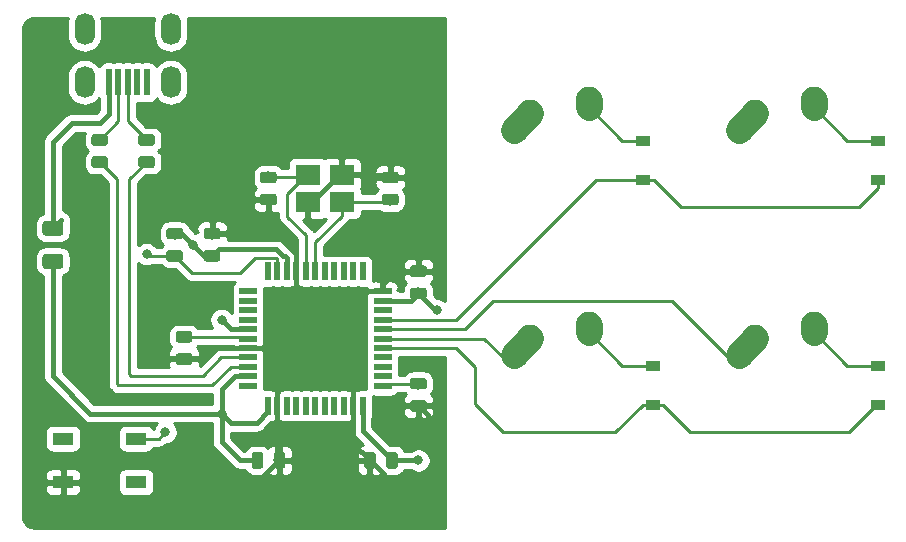
<source format=gbr>
G04 #@! TF.GenerationSoftware,KiCad,Pcbnew,(5.1.4)-1*
G04 #@! TF.CreationDate,2022-03-30T16:45:01-04:00*
G04 #@! TF.ProjectId,ai03-pcb-guide,61693033-2d70-4636-922d-67756964652e,rev?*
G04 #@! TF.SameCoordinates,Original*
G04 #@! TF.FileFunction,Copper,L2,Bot*
G04 #@! TF.FilePolarity,Positive*
%FSLAX46Y46*%
G04 Gerber Fmt 4.6, Leading zero omitted, Abs format (unit mm)*
G04 Created by KiCad (PCBNEW (5.1.4)-1) date 2022-03-30 16:45:01*
%MOMM*%
%LPD*%
G04 APERTURE LIST*
%ADD10R,2.100000X1.800000*%
%ADD11O,1.700000X2.700000*%
%ADD12R,0.500000X2.250000*%
%ADD13R,0.550000X1.500000*%
%ADD14R,1.500000X0.550000*%
%ADD15R,1.800000X1.100000*%
%ADD16C,0.100000*%
%ADD17C,0.975000*%
%ADD18C,2.250000*%
%ADD19C,2.250000*%
%ADD20C,1.250000*%
%ADD21R,1.200000X0.900000*%
%ADD22C,0.800000*%
%ADD23C,0.381000*%
%ADD24C,0.254000*%
G04 APERTURE END LIST*
D10*
X68918750Y-85368750D03*
X66018750Y-85368750D03*
X66018750Y-87668750D03*
X68918750Y-87668750D03*
D11*
X47150000Y-73025000D03*
X54450000Y-73025000D03*
X54450000Y-77525000D03*
X47150000Y-77525000D03*
D12*
X49200000Y-77525000D03*
X50000000Y-77525000D03*
X50800000Y-77525000D03*
X51600000Y-77525000D03*
X52400000Y-77525000D03*
D13*
X62675000Y-104918750D03*
X63475000Y-104918750D03*
X64275000Y-104918750D03*
X65075000Y-104918750D03*
X65875000Y-104918750D03*
X66675000Y-104918750D03*
X67475000Y-104918750D03*
X68275000Y-104918750D03*
X69075000Y-104918750D03*
X69875000Y-104918750D03*
X70675000Y-104918750D03*
D14*
X72375000Y-103218750D03*
X72375000Y-102418750D03*
X72375000Y-101618750D03*
X72375000Y-100818750D03*
X72375000Y-100018750D03*
X72375000Y-99218750D03*
X72375000Y-98418750D03*
X72375000Y-97618750D03*
X72375000Y-96818750D03*
X72375000Y-96018750D03*
X72375000Y-95218750D03*
D13*
X70675000Y-93518750D03*
X69875000Y-93518750D03*
X69075000Y-93518750D03*
X68275000Y-93518750D03*
X67475000Y-93518750D03*
X66675000Y-93518750D03*
X65875000Y-93518750D03*
X65075000Y-93518750D03*
X64275000Y-93518750D03*
X63475000Y-93518750D03*
X62675000Y-93518750D03*
D14*
X60975000Y-95218750D03*
X60975000Y-96018750D03*
X60975000Y-96818750D03*
X60975000Y-97618750D03*
X60975000Y-98418750D03*
X60975000Y-99218750D03*
X60975000Y-100018750D03*
X60975000Y-100818750D03*
X60975000Y-101618750D03*
X60975000Y-102418750D03*
X60975000Y-103218750D03*
D15*
X51518750Y-111387500D03*
X45318750Y-107687500D03*
X51518750Y-107687500D03*
X45318750Y-111387500D03*
D16*
G36*
X75886392Y-102557424D02*
G01*
X75910053Y-102560934D01*
X75933257Y-102566746D01*
X75955779Y-102574804D01*
X75977403Y-102585032D01*
X75997920Y-102597329D01*
X76017133Y-102611579D01*
X76034857Y-102627643D01*
X76050921Y-102645367D01*
X76065171Y-102664580D01*
X76077468Y-102685097D01*
X76087696Y-102706721D01*
X76095754Y-102729243D01*
X76101566Y-102752447D01*
X76105076Y-102776108D01*
X76106250Y-102800000D01*
X76106250Y-103287500D01*
X76105076Y-103311392D01*
X76101566Y-103335053D01*
X76095754Y-103358257D01*
X76087696Y-103380779D01*
X76077468Y-103402403D01*
X76065171Y-103422920D01*
X76050921Y-103442133D01*
X76034857Y-103459857D01*
X76017133Y-103475921D01*
X75997920Y-103490171D01*
X75977403Y-103502468D01*
X75955779Y-103512696D01*
X75933257Y-103520754D01*
X75910053Y-103526566D01*
X75886392Y-103530076D01*
X75862500Y-103531250D01*
X74950000Y-103531250D01*
X74926108Y-103530076D01*
X74902447Y-103526566D01*
X74879243Y-103520754D01*
X74856721Y-103512696D01*
X74835097Y-103502468D01*
X74814580Y-103490171D01*
X74795367Y-103475921D01*
X74777643Y-103459857D01*
X74761579Y-103442133D01*
X74747329Y-103422920D01*
X74735032Y-103402403D01*
X74724804Y-103380779D01*
X74716746Y-103358257D01*
X74710934Y-103335053D01*
X74707424Y-103311392D01*
X74706250Y-103287500D01*
X74706250Y-102800000D01*
X74707424Y-102776108D01*
X74710934Y-102752447D01*
X74716746Y-102729243D01*
X74724804Y-102706721D01*
X74735032Y-102685097D01*
X74747329Y-102664580D01*
X74761579Y-102645367D01*
X74777643Y-102627643D01*
X74795367Y-102611579D01*
X74814580Y-102597329D01*
X74835097Y-102585032D01*
X74856721Y-102574804D01*
X74879243Y-102566746D01*
X74902447Y-102560934D01*
X74926108Y-102557424D01*
X74950000Y-102556250D01*
X75862500Y-102556250D01*
X75886392Y-102557424D01*
X75886392Y-102557424D01*
G37*
D17*
X75406250Y-103043750D03*
D16*
G36*
X75886392Y-104432424D02*
G01*
X75910053Y-104435934D01*
X75933257Y-104441746D01*
X75955779Y-104449804D01*
X75977403Y-104460032D01*
X75997920Y-104472329D01*
X76017133Y-104486579D01*
X76034857Y-104502643D01*
X76050921Y-104520367D01*
X76065171Y-104539580D01*
X76077468Y-104560097D01*
X76087696Y-104581721D01*
X76095754Y-104604243D01*
X76101566Y-104627447D01*
X76105076Y-104651108D01*
X76106250Y-104675000D01*
X76106250Y-105162500D01*
X76105076Y-105186392D01*
X76101566Y-105210053D01*
X76095754Y-105233257D01*
X76087696Y-105255779D01*
X76077468Y-105277403D01*
X76065171Y-105297920D01*
X76050921Y-105317133D01*
X76034857Y-105334857D01*
X76017133Y-105350921D01*
X75997920Y-105365171D01*
X75977403Y-105377468D01*
X75955779Y-105387696D01*
X75933257Y-105395754D01*
X75910053Y-105401566D01*
X75886392Y-105405076D01*
X75862500Y-105406250D01*
X74950000Y-105406250D01*
X74926108Y-105405076D01*
X74902447Y-105401566D01*
X74879243Y-105395754D01*
X74856721Y-105387696D01*
X74835097Y-105377468D01*
X74814580Y-105365171D01*
X74795367Y-105350921D01*
X74777643Y-105334857D01*
X74761579Y-105317133D01*
X74747329Y-105297920D01*
X74735032Y-105277403D01*
X74724804Y-105255779D01*
X74716746Y-105233257D01*
X74710934Y-105210053D01*
X74707424Y-105186392D01*
X74706250Y-105162500D01*
X74706250Y-104675000D01*
X74707424Y-104651108D01*
X74710934Y-104627447D01*
X74716746Y-104604243D01*
X74724804Y-104581721D01*
X74735032Y-104560097D01*
X74747329Y-104539580D01*
X74761579Y-104520367D01*
X74777643Y-104502643D01*
X74795367Y-104486579D01*
X74814580Y-104472329D01*
X74835097Y-104460032D01*
X74856721Y-104449804D01*
X74879243Y-104441746D01*
X74902447Y-104435934D01*
X74926108Y-104432424D01*
X74950000Y-104431250D01*
X75862500Y-104431250D01*
X75886392Y-104432424D01*
X75886392Y-104432424D01*
G37*
D17*
X75406250Y-104918750D03*
D16*
G36*
X55248892Y-89857424D02*
G01*
X55272553Y-89860934D01*
X55295757Y-89866746D01*
X55318279Y-89874804D01*
X55339903Y-89885032D01*
X55360420Y-89897329D01*
X55379633Y-89911579D01*
X55397357Y-89927643D01*
X55413421Y-89945367D01*
X55427671Y-89964580D01*
X55439968Y-89985097D01*
X55450196Y-90006721D01*
X55458254Y-90029243D01*
X55464066Y-90052447D01*
X55467576Y-90076108D01*
X55468750Y-90100000D01*
X55468750Y-90587500D01*
X55467576Y-90611392D01*
X55464066Y-90635053D01*
X55458254Y-90658257D01*
X55450196Y-90680779D01*
X55439968Y-90702403D01*
X55427671Y-90722920D01*
X55413421Y-90742133D01*
X55397357Y-90759857D01*
X55379633Y-90775921D01*
X55360420Y-90790171D01*
X55339903Y-90802468D01*
X55318279Y-90812696D01*
X55295757Y-90820754D01*
X55272553Y-90826566D01*
X55248892Y-90830076D01*
X55225000Y-90831250D01*
X54312500Y-90831250D01*
X54288608Y-90830076D01*
X54264947Y-90826566D01*
X54241743Y-90820754D01*
X54219221Y-90812696D01*
X54197597Y-90802468D01*
X54177080Y-90790171D01*
X54157867Y-90775921D01*
X54140143Y-90759857D01*
X54124079Y-90742133D01*
X54109829Y-90722920D01*
X54097532Y-90702403D01*
X54087304Y-90680779D01*
X54079246Y-90658257D01*
X54073434Y-90635053D01*
X54069924Y-90611392D01*
X54068750Y-90587500D01*
X54068750Y-90100000D01*
X54069924Y-90076108D01*
X54073434Y-90052447D01*
X54079246Y-90029243D01*
X54087304Y-90006721D01*
X54097532Y-89985097D01*
X54109829Y-89964580D01*
X54124079Y-89945367D01*
X54140143Y-89927643D01*
X54157867Y-89911579D01*
X54177080Y-89897329D01*
X54197597Y-89885032D01*
X54219221Y-89874804D01*
X54241743Y-89866746D01*
X54264947Y-89860934D01*
X54288608Y-89857424D01*
X54312500Y-89856250D01*
X55225000Y-89856250D01*
X55248892Y-89857424D01*
X55248892Y-89857424D01*
G37*
D17*
X54768750Y-90343750D03*
D16*
G36*
X55248892Y-91732424D02*
G01*
X55272553Y-91735934D01*
X55295757Y-91741746D01*
X55318279Y-91749804D01*
X55339903Y-91760032D01*
X55360420Y-91772329D01*
X55379633Y-91786579D01*
X55397357Y-91802643D01*
X55413421Y-91820367D01*
X55427671Y-91839580D01*
X55439968Y-91860097D01*
X55450196Y-91881721D01*
X55458254Y-91904243D01*
X55464066Y-91927447D01*
X55467576Y-91951108D01*
X55468750Y-91975000D01*
X55468750Y-92462500D01*
X55467576Y-92486392D01*
X55464066Y-92510053D01*
X55458254Y-92533257D01*
X55450196Y-92555779D01*
X55439968Y-92577403D01*
X55427671Y-92597920D01*
X55413421Y-92617133D01*
X55397357Y-92634857D01*
X55379633Y-92650921D01*
X55360420Y-92665171D01*
X55339903Y-92677468D01*
X55318279Y-92687696D01*
X55295757Y-92695754D01*
X55272553Y-92701566D01*
X55248892Y-92705076D01*
X55225000Y-92706250D01*
X54312500Y-92706250D01*
X54288608Y-92705076D01*
X54264947Y-92701566D01*
X54241743Y-92695754D01*
X54219221Y-92687696D01*
X54197597Y-92677468D01*
X54177080Y-92665171D01*
X54157867Y-92650921D01*
X54140143Y-92634857D01*
X54124079Y-92617133D01*
X54109829Y-92597920D01*
X54097532Y-92577403D01*
X54087304Y-92555779D01*
X54079246Y-92533257D01*
X54073434Y-92510053D01*
X54069924Y-92486392D01*
X54068750Y-92462500D01*
X54068750Y-91975000D01*
X54069924Y-91951108D01*
X54073434Y-91927447D01*
X54079246Y-91904243D01*
X54087304Y-91881721D01*
X54097532Y-91860097D01*
X54109829Y-91839580D01*
X54124079Y-91820367D01*
X54140143Y-91802643D01*
X54157867Y-91786579D01*
X54177080Y-91772329D01*
X54197597Y-91760032D01*
X54219221Y-91749804D01*
X54241743Y-91741746D01*
X54264947Y-91735934D01*
X54288608Y-91732424D01*
X54312500Y-91731250D01*
X55225000Y-91731250D01*
X55248892Y-91732424D01*
X55248892Y-91732424D01*
G37*
D17*
X54768750Y-92218750D03*
D16*
G36*
X52867642Y-81919924D02*
G01*
X52891303Y-81923434D01*
X52914507Y-81929246D01*
X52937029Y-81937304D01*
X52958653Y-81947532D01*
X52979170Y-81959829D01*
X52998383Y-81974079D01*
X53016107Y-81990143D01*
X53032171Y-82007867D01*
X53046421Y-82027080D01*
X53058718Y-82047597D01*
X53068946Y-82069221D01*
X53077004Y-82091743D01*
X53082816Y-82114947D01*
X53086326Y-82138608D01*
X53087500Y-82162500D01*
X53087500Y-82650000D01*
X53086326Y-82673892D01*
X53082816Y-82697553D01*
X53077004Y-82720757D01*
X53068946Y-82743279D01*
X53058718Y-82764903D01*
X53046421Y-82785420D01*
X53032171Y-82804633D01*
X53016107Y-82822357D01*
X52998383Y-82838421D01*
X52979170Y-82852671D01*
X52958653Y-82864968D01*
X52937029Y-82875196D01*
X52914507Y-82883254D01*
X52891303Y-82889066D01*
X52867642Y-82892576D01*
X52843750Y-82893750D01*
X51931250Y-82893750D01*
X51907358Y-82892576D01*
X51883697Y-82889066D01*
X51860493Y-82883254D01*
X51837971Y-82875196D01*
X51816347Y-82864968D01*
X51795830Y-82852671D01*
X51776617Y-82838421D01*
X51758893Y-82822357D01*
X51742829Y-82804633D01*
X51728579Y-82785420D01*
X51716282Y-82764903D01*
X51706054Y-82743279D01*
X51697996Y-82720757D01*
X51692184Y-82697553D01*
X51688674Y-82673892D01*
X51687500Y-82650000D01*
X51687500Y-82162500D01*
X51688674Y-82138608D01*
X51692184Y-82114947D01*
X51697996Y-82091743D01*
X51706054Y-82069221D01*
X51716282Y-82047597D01*
X51728579Y-82027080D01*
X51742829Y-82007867D01*
X51758893Y-81990143D01*
X51776617Y-81974079D01*
X51795830Y-81959829D01*
X51816347Y-81947532D01*
X51837971Y-81937304D01*
X51860493Y-81929246D01*
X51883697Y-81923434D01*
X51907358Y-81919924D01*
X51931250Y-81918750D01*
X52843750Y-81918750D01*
X52867642Y-81919924D01*
X52867642Y-81919924D01*
G37*
D17*
X52387500Y-82406250D03*
D16*
G36*
X52867642Y-83794924D02*
G01*
X52891303Y-83798434D01*
X52914507Y-83804246D01*
X52937029Y-83812304D01*
X52958653Y-83822532D01*
X52979170Y-83834829D01*
X52998383Y-83849079D01*
X53016107Y-83865143D01*
X53032171Y-83882867D01*
X53046421Y-83902080D01*
X53058718Y-83922597D01*
X53068946Y-83944221D01*
X53077004Y-83966743D01*
X53082816Y-83989947D01*
X53086326Y-84013608D01*
X53087500Y-84037500D01*
X53087500Y-84525000D01*
X53086326Y-84548892D01*
X53082816Y-84572553D01*
X53077004Y-84595757D01*
X53068946Y-84618279D01*
X53058718Y-84639903D01*
X53046421Y-84660420D01*
X53032171Y-84679633D01*
X53016107Y-84697357D01*
X52998383Y-84713421D01*
X52979170Y-84727671D01*
X52958653Y-84739968D01*
X52937029Y-84750196D01*
X52914507Y-84758254D01*
X52891303Y-84764066D01*
X52867642Y-84767576D01*
X52843750Y-84768750D01*
X51931250Y-84768750D01*
X51907358Y-84767576D01*
X51883697Y-84764066D01*
X51860493Y-84758254D01*
X51837971Y-84750196D01*
X51816347Y-84739968D01*
X51795830Y-84727671D01*
X51776617Y-84713421D01*
X51758893Y-84697357D01*
X51742829Y-84679633D01*
X51728579Y-84660420D01*
X51716282Y-84639903D01*
X51706054Y-84618279D01*
X51697996Y-84595757D01*
X51692184Y-84572553D01*
X51688674Y-84548892D01*
X51687500Y-84525000D01*
X51687500Y-84037500D01*
X51688674Y-84013608D01*
X51692184Y-83989947D01*
X51697996Y-83966743D01*
X51706054Y-83944221D01*
X51716282Y-83922597D01*
X51728579Y-83902080D01*
X51742829Y-83882867D01*
X51758893Y-83865143D01*
X51776617Y-83849079D01*
X51795830Y-83834829D01*
X51816347Y-83822532D01*
X51837971Y-83812304D01*
X51860493Y-83804246D01*
X51883697Y-83798434D01*
X51907358Y-83794924D01*
X51931250Y-83793750D01*
X52843750Y-83793750D01*
X52867642Y-83794924D01*
X52867642Y-83794924D01*
G37*
D17*
X52387500Y-84281250D03*
D16*
G36*
X48898892Y-81919924D02*
G01*
X48922553Y-81923434D01*
X48945757Y-81929246D01*
X48968279Y-81937304D01*
X48989903Y-81947532D01*
X49010420Y-81959829D01*
X49029633Y-81974079D01*
X49047357Y-81990143D01*
X49063421Y-82007867D01*
X49077671Y-82027080D01*
X49089968Y-82047597D01*
X49100196Y-82069221D01*
X49108254Y-82091743D01*
X49114066Y-82114947D01*
X49117576Y-82138608D01*
X49118750Y-82162500D01*
X49118750Y-82650000D01*
X49117576Y-82673892D01*
X49114066Y-82697553D01*
X49108254Y-82720757D01*
X49100196Y-82743279D01*
X49089968Y-82764903D01*
X49077671Y-82785420D01*
X49063421Y-82804633D01*
X49047357Y-82822357D01*
X49029633Y-82838421D01*
X49010420Y-82852671D01*
X48989903Y-82864968D01*
X48968279Y-82875196D01*
X48945757Y-82883254D01*
X48922553Y-82889066D01*
X48898892Y-82892576D01*
X48875000Y-82893750D01*
X47962500Y-82893750D01*
X47938608Y-82892576D01*
X47914947Y-82889066D01*
X47891743Y-82883254D01*
X47869221Y-82875196D01*
X47847597Y-82864968D01*
X47827080Y-82852671D01*
X47807867Y-82838421D01*
X47790143Y-82822357D01*
X47774079Y-82804633D01*
X47759829Y-82785420D01*
X47747532Y-82764903D01*
X47737304Y-82743279D01*
X47729246Y-82720757D01*
X47723434Y-82697553D01*
X47719924Y-82673892D01*
X47718750Y-82650000D01*
X47718750Y-82162500D01*
X47719924Y-82138608D01*
X47723434Y-82114947D01*
X47729246Y-82091743D01*
X47737304Y-82069221D01*
X47747532Y-82047597D01*
X47759829Y-82027080D01*
X47774079Y-82007867D01*
X47790143Y-81990143D01*
X47807867Y-81974079D01*
X47827080Y-81959829D01*
X47847597Y-81947532D01*
X47869221Y-81937304D01*
X47891743Y-81929246D01*
X47914947Y-81923434D01*
X47938608Y-81919924D01*
X47962500Y-81918750D01*
X48875000Y-81918750D01*
X48898892Y-81919924D01*
X48898892Y-81919924D01*
G37*
D17*
X48418750Y-82406250D03*
D16*
G36*
X48898892Y-83794924D02*
G01*
X48922553Y-83798434D01*
X48945757Y-83804246D01*
X48968279Y-83812304D01*
X48989903Y-83822532D01*
X49010420Y-83834829D01*
X49029633Y-83849079D01*
X49047357Y-83865143D01*
X49063421Y-83882867D01*
X49077671Y-83902080D01*
X49089968Y-83922597D01*
X49100196Y-83944221D01*
X49108254Y-83966743D01*
X49114066Y-83989947D01*
X49117576Y-84013608D01*
X49118750Y-84037500D01*
X49118750Y-84525000D01*
X49117576Y-84548892D01*
X49114066Y-84572553D01*
X49108254Y-84595757D01*
X49100196Y-84618279D01*
X49089968Y-84639903D01*
X49077671Y-84660420D01*
X49063421Y-84679633D01*
X49047357Y-84697357D01*
X49029633Y-84713421D01*
X49010420Y-84727671D01*
X48989903Y-84739968D01*
X48968279Y-84750196D01*
X48945757Y-84758254D01*
X48922553Y-84764066D01*
X48898892Y-84767576D01*
X48875000Y-84768750D01*
X47962500Y-84768750D01*
X47938608Y-84767576D01*
X47914947Y-84764066D01*
X47891743Y-84758254D01*
X47869221Y-84750196D01*
X47847597Y-84739968D01*
X47827080Y-84727671D01*
X47807867Y-84713421D01*
X47790143Y-84697357D01*
X47774079Y-84679633D01*
X47759829Y-84660420D01*
X47747532Y-84639903D01*
X47737304Y-84618279D01*
X47729246Y-84595757D01*
X47723434Y-84572553D01*
X47719924Y-84548892D01*
X47718750Y-84525000D01*
X47718750Y-84037500D01*
X47719924Y-84013608D01*
X47723434Y-83989947D01*
X47729246Y-83966743D01*
X47737304Y-83944221D01*
X47747532Y-83922597D01*
X47759829Y-83902080D01*
X47774079Y-83882867D01*
X47790143Y-83865143D01*
X47807867Y-83849079D01*
X47827080Y-83834829D01*
X47847597Y-83822532D01*
X47869221Y-83812304D01*
X47891743Y-83804246D01*
X47914947Y-83798434D01*
X47938608Y-83794924D01*
X47962500Y-83793750D01*
X48875000Y-83793750D01*
X48898892Y-83794924D01*
X48898892Y-83794924D01*
G37*
D17*
X48418750Y-84281250D03*
D18*
X103862500Y-99187500D03*
X103207501Y-99917500D03*
D19*
X102552500Y-100647500D02*
X103862502Y-99187500D01*
D18*
X108902500Y-98107500D03*
X108882500Y-98397500D03*
D19*
X108862500Y-98687500D02*
X108902500Y-98107500D01*
D18*
X103862500Y-80137500D03*
X103207501Y-80867500D03*
D19*
X102552500Y-81597500D02*
X103862502Y-80137500D01*
D18*
X108902500Y-79057500D03*
X108882500Y-79347500D03*
D19*
X108862500Y-79637500D02*
X108902500Y-79057500D01*
D18*
X84812500Y-99187500D03*
X84157501Y-99917500D03*
D19*
X83502500Y-100647500D02*
X84812502Y-99187500D01*
D18*
X89852500Y-98107500D03*
X89832500Y-98397500D03*
D19*
X89812500Y-98687500D02*
X89852500Y-98107500D01*
D18*
X84812500Y-80137500D03*
X84157501Y-80867500D03*
D19*
X83502500Y-81597500D02*
X84812502Y-80137500D01*
D18*
X89852500Y-79057500D03*
X89832500Y-79347500D03*
D19*
X89812500Y-79637500D02*
X89852500Y-79057500D01*
D16*
G36*
X45099504Y-89257454D02*
G01*
X45123773Y-89261054D01*
X45147571Y-89267015D01*
X45170671Y-89275280D01*
X45192849Y-89285770D01*
X45213893Y-89298383D01*
X45233598Y-89312997D01*
X45251777Y-89329473D01*
X45268253Y-89347652D01*
X45282867Y-89367357D01*
X45295480Y-89388401D01*
X45305970Y-89410579D01*
X45314235Y-89433679D01*
X45320196Y-89457477D01*
X45323796Y-89481746D01*
X45325000Y-89506250D01*
X45325000Y-90256250D01*
X45323796Y-90280754D01*
X45320196Y-90305023D01*
X45314235Y-90328821D01*
X45305970Y-90351921D01*
X45295480Y-90374099D01*
X45282867Y-90395143D01*
X45268253Y-90414848D01*
X45251777Y-90433027D01*
X45233598Y-90449503D01*
X45213893Y-90464117D01*
X45192849Y-90476730D01*
X45170671Y-90487220D01*
X45147571Y-90495485D01*
X45123773Y-90501446D01*
X45099504Y-90505046D01*
X45075000Y-90506250D01*
X43825000Y-90506250D01*
X43800496Y-90505046D01*
X43776227Y-90501446D01*
X43752429Y-90495485D01*
X43729329Y-90487220D01*
X43707151Y-90476730D01*
X43686107Y-90464117D01*
X43666402Y-90449503D01*
X43648223Y-90433027D01*
X43631747Y-90414848D01*
X43617133Y-90395143D01*
X43604520Y-90374099D01*
X43594030Y-90351921D01*
X43585765Y-90328821D01*
X43579804Y-90305023D01*
X43576204Y-90280754D01*
X43575000Y-90256250D01*
X43575000Y-89506250D01*
X43576204Y-89481746D01*
X43579804Y-89457477D01*
X43585765Y-89433679D01*
X43594030Y-89410579D01*
X43604520Y-89388401D01*
X43617133Y-89367357D01*
X43631747Y-89347652D01*
X43648223Y-89329473D01*
X43666402Y-89312997D01*
X43686107Y-89298383D01*
X43707151Y-89285770D01*
X43729329Y-89275280D01*
X43752429Y-89267015D01*
X43776227Y-89261054D01*
X43800496Y-89257454D01*
X43825000Y-89256250D01*
X45075000Y-89256250D01*
X45099504Y-89257454D01*
X45099504Y-89257454D01*
G37*
D20*
X44450000Y-89881250D03*
D16*
G36*
X45099504Y-92057454D02*
G01*
X45123773Y-92061054D01*
X45147571Y-92067015D01*
X45170671Y-92075280D01*
X45192849Y-92085770D01*
X45213893Y-92098383D01*
X45233598Y-92112997D01*
X45251777Y-92129473D01*
X45268253Y-92147652D01*
X45282867Y-92167357D01*
X45295480Y-92188401D01*
X45305970Y-92210579D01*
X45314235Y-92233679D01*
X45320196Y-92257477D01*
X45323796Y-92281746D01*
X45325000Y-92306250D01*
X45325000Y-93056250D01*
X45323796Y-93080754D01*
X45320196Y-93105023D01*
X45314235Y-93128821D01*
X45305970Y-93151921D01*
X45295480Y-93174099D01*
X45282867Y-93195143D01*
X45268253Y-93214848D01*
X45251777Y-93233027D01*
X45233598Y-93249503D01*
X45213893Y-93264117D01*
X45192849Y-93276730D01*
X45170671Y-93287220D01*
X45147571Y-93295485D01*
X45123773Y-93301446D01*
X45099504Y-93305046D01*
X45075000Y-93306250D01*
X43825000Y-93306250D01*
X43800496Y-93305046D01*
X43776227Y-93301446D01*
X43752429Y-93295485D01*
X43729329Y-93287220D01*
X43707151Y-93276730D01*
X43686107Y-93264117D01*
X43666402Y-93249503D01*
X43648223Y-93233027D01*
X43631747Y-93214848D01*
X43617133Y-93195143D01*
X43604520Y-93174099D01*
X43594030Y-93151921D01*
X43585765Y-93128821D01*
X43579804Y-93105023D01*
X43576204Y-93080754D01*
X43575000Y-93056250D01*
X43575000Y-92306250D01*
X43576204Y-92281746D01*
X43579804Y-92257477D01*
X43585765Y-92233679D01*
X43594030Y-92210579D01*
X43604520Y-92188401D01*
X43617133Y-92167357D01*
X43631747Y-92147652D01*
X43648223Y-92129473D01*
X43666402Y-92112997D01*
X43686107Y-92098383D01*
X43707151Y-92085770D01*
X43729329Y-92075280D01*
X43752429Y-92067015D01*
X43776227Y-92061054D01*
X43800496Y-92057454D01*
X43825000Y-92056250D01*
X45075000Y-92056250D01*
X45099504Y-92057454D01*
X45099504Y-92057454D01*
G37*
D20*
X44450000Y-92681250D03*
D21*
X114300000Y-101537500D03*
X114300000Y-104837500D03*
X114300000Y-82487500D03*
X114300000Y-85787500D03*
X94456250Y-82487500D03*
X94456250Y-85787500D03*
X95250000Y-101537500D03*
X95250000Y-104837500D03*
D16*
G36*
X56042642Y-100463674D02*
G01*
X56066303Y-100467184D01*
X56089507Y-100472996D01*
X56112029Y-100481054D01*
X56133653Y-100491282D01*
X56154170Y-100503579D01*
X56173383Y-100517829D01*
X56191107Y-100533893D01*
X56207171Y-100551617D01*
X56221421Y-100570830D01*
X56233718Y-100591347D01*
X56243946Y-100612971D01*
X56252004Y-100635493D01*
X56257816Y-100658697D01*
X56261326Y-100682358D01*
X56262500Y-100706250D01*
X56262500Y-101193750D01*
X56261326Y-101217642D01*
X56257816Y-101241303D01*
X56252004Y-101264507D01*
X56243946Y-101287029D01*
X56233718Y-101308653D01*
X56221421Y-101329170D01*
X56207171Y-101348383D01*
X56191107Y-101366107D01*
X56173383Y-101382171D01*
X56154170Y-101396421D01*
X56133653Y-101408718D01*
X56112029Y-101418946D01*
X56089507Y-101427004D01*
X56066303Y-101432816D01*
X56042642Y-101436326D01*
X56018750Y-101437500D01*
X55106250Y-101437500D01*
X55082358Y-101436326D01*
X55058697Y-101432816D01*
X55035493Y-101427004D01*
X55012971Y-101418946D01*
X54991347Y-101408718D01*
X54970830Y-101396421D01*
X54951617Y-101382171D01*
X54933893Y-101366107D01*
X54917829Y-101348383D01*
X54903579Y-101329170D01*
X54891282Y-101308653D01*
X54881054Y-101287029D01*
X54872996Y-101264507D01*
X54867184Y-101241303D01*
X54863674Y-101217642D01*
X54862500Y-101193750D01*
X54862500Y-100706250D01*
X54863674Y-100682358D01*
X54867184Y-100658697D01*
X54872996Y-100635493D01*
X54881054Y-100612971D01*
X54891282Y-100591347D01*
X54903579Y-100570830D01*
X54917829Y-100551617D01*
X54933893Y-100533893D01*
X54951617Y-100517829D01*
X54970830Y-100503579D01*
X54991347Y-100491282D01*
X55012971Y-100481054D01*
X55035493Y-100472996D01*
X55058697Y-100467184D01*
X55082358Y-100463674D01*
X55106250Y-100462500D01*
X56018750Y-100462500D01*
X56042642Y-100463674D01*
X56042642Y-100463674D01*
G37*
D17*
X55562500Y-100950000D03*
D16*
G36*
X56042642Y-98588674D02*
G01*
X56066303Y-98592184D01*
X56089507Y-98597996D01*
X56112029Y-98606054D01*
X56133653Y-98616282D01*
X56154170Y-98628579D01*
X56173383Y-98642829D01*
X56191107Y-98658893D01*
X56207171Y-98676617D01*
X56221421Y-98695830D01*
X56233718Y-98716347D01*
X56243946Y-98737971D01*
X56252004Y-98760493D01*
X56257816Y-98783697D01*
X56261326Y-98807358D01*
X56262500Y-98831250D01*
X56262500Y-99318750D01*
X56261326Y-99342642D01*
X56257816Y-99366303D01*
X56252004Y-99389507D01*
X56243946Y-99412029D01*
X56233718Y-99433653D01*
X56221421Y-99454170D01*
X56207171Y-99473383D01*
X56191107Y-99491107D01*
X56173383Y-99507171D01*
X56154170Y-99521421D01*
X56133653Y-99533718D01*
X56112029Y-99543946D01*
X56089507Y-99552004D01*
X56066303Y-99557816D01*
X56042642Y-99561326D01*
X56018750Y-99562500D01*
X55106250Y-99562500D01*
X55082358Y-99561326D01*
X55058697Y-99557816D01*
X55035493Y-99552004D01*
X55012971Y-99543946D01*
X54991347Y-99533718D01*
X54970830Y-99521421D01*
X54951617Y-99507171D01*
X54933893Y-99491107D01*
X54917829Y-99473383D01*
X54903579Y-99454170D01*
X54891282Y-99433653D01*
X54881054Y-99412029D01*
X54872996Y-99389507D01*
X54867184Y-99366303D01*
X54863674Y-99342642D01*
X54862500Y-99318750D01*
X54862500Y-98831250D01*
X54863674Y-98807358D01*
X54867184Y-98783697D01*
X54872996Y-98760493D01*
X54881054Y-98737971D01*
X54891282Y-98716347D01*
X54903579Y-98695830D01*
X54917829Y-98676617D01*
X54933893Y-98658893D01*
X54951617Y-98642829D01*
X54970830Y-98628579D01*
X54991347Y-98616282D01*
X55012971Y-98606054D01*
X55035493Y-98597996D01*
X55058697Y-98592184D01*
X55082358Y-98588674D01*
X55106250Y-98587500D01*
X56018750Y-98587500D01*
X56042642Y-98588674D01*
X56042642Y-98588674D01*
G37*
D17*
X55562500Y-99075000D03*
D16*
G36*
X63911392Y-108838674D02*
G01*
X63935053Y-108842184D01*
X63958257Y-108847996D01*
X63980779Y-108856054D01*
X64002403Y-108866282D01*
X64022920Y-108878579D01*
X64042133Y-108892829D01*
X64059857Y-108908893D01*
X64075921Y-108926617D01*
X64090171Y-108945830D01*
X64102468Y-108966347D01*
X64112696Y-108987971D01*
X64120754Y-109010493D01*
X64126566Y-109033697D01*
X64130076Y-109057358D01*
X64131250Y-109081250D01*
X64131250Y-109993750D01*
X64130076Y-110017642D01*
X64126566Y-110041303D01*
X64120754Y-110064507D01*
X64112696Y-110087029D01*
X64102468Y-110108653D01*
X64090171Y-110129170D01*
X64075921Y-110148383D01*
X64059857Y-110166107D01*
X64042133Y-110182171D01*
X64022920Y-110196421D01*
X64002403Y-110208718D01*
X63980779Y-110218946D01*
X63958257Y-110227004D01*
X63935053Y-110232816D01*
X63911392Y-110236326D01*
X63887500Y-110237500D01*
X63400000Y-110237500D01*
X63376108Y-110236326D01*
X63352447Y-110232816D01*
X63329243Y-110227004D01*
X63306721Y-110218946D01*
X63285097Y-110208718D01*
X63264580Y-110196421D01*
X63245367Y-110182171D01*
X63227643Y-110166107D01*
X63211579Y-110148383D01*
X63197329Y-110129170D01*
X63185032Y-110108653D01*
X63174804Y-110087029D01*
X63166746Y-110064507D01*
X63160934Y-110041303D01*
X63157424Y-110017642D01*
X63156250Y-109993750D01*
X63156250Y-109081250D01*
X63157424Y-109057358D01*
X63160934Y-109033697D01*
X63166746Y-109010493D01*
X63174804Y-108987971D01*
X63185032Y-108966347D01*
X63197329Y-108945830D01*
X63211579Y-108926617D01*
X63227643Y-108908893D01*
X63245367Y-108892829D01*
X63264580Y-108878579D01*
X63285097Y-108866282D01*
X63306721Y-108856054D01*
X63329243Y-108847996D01*
X63352447Y-108842184D01*
X63376108Y-108838674D01*
X63400000Y-108837500D01*
X63887500Y-108837500D01*
X63911392Y-108838674D01*
X63911392Y-108838674D01*
G37*
D17*
X63643750Y-109537500D03*
D16*
G36*
X62036392Y-108838674D02*
G01*
X62060053Y-108842184D01*
X62083257Y-108847996D01*
X62105779Y-108856054D01*
X62127403Y-108866282D01*
X62147920Y-108878579D01*
X62167133Y-108892829D01*
X62184857Y-108908893D01*
X62200921Y-108926617D01*
X62215171Y-108945830D01*
X62227468Y-108966347D01*
X62237696Y-108987971D01*
X62245754Y-109010493D01*
X62251566Y-109033697D01*
X62255076Y-109057358D01*
X62256250Y-109081250D01*
X62256250Y-109993750D01*
X62255076Y-110017642D01*
X62251566Y-110041303D01*
X62245754Y-110064507D01*
X62237696Y-110087029D01*
X62227468Y-110108653D01*
X62215171Y-110129170D01*
X62200921Y-110148383D01*
X62184857Y-110166107D01*
X62167133Y-110182171D01*
X62147920Y-110196421D01*
X62127403Y-110208718D01*
X62105779Y-110218946D01*
X62083257Y-110227004D01*
X62060053Y-110232816D01*
X62036392Y-110236326D01*
X62012500Y-110237500D01*
X61525000Y-110237500D01*
X61501108Y-110236326D01*
X61477447Y-110232816D01*
X61454243Y-110227004D01*
X61431721Y-110218946D01*
X61410097Y-110208718D01*
X61389580Y-110196421D01*
X61370367Y-110182171D01*
X61352643Y-110166107D01*
X61336579Y-110148383D01*
X61322329Y-110129170D01*
X61310032Y-110108653D01*
X61299804Y-110087029D01*
X61291746Y-110064507D01*
X61285934Y-110041303D01*
X61282424Y-110017642D01*
X61281250Y-109993750D01*
X61281250Y-109081250D01*
X61282424Y-109057358D01*
X61285934Y-109033697D01*
X61291746Y-109010493D01*
X61299804Y-108987971D01*
X61310032Y-108966347D01*
X61322329Y-108945830D01*
X61336579Y-108926617D01*
X61352643Y-108908893D01*
X61370367Y-108892829D01*
X61389580Y-108878579D01*
X61410097Y-108866282D01*
X61431721Y-108856054D01*
X61454243Y-108847996D01*
X61477447Y-108842184D01*
X61501108Y-108838674D01*
X61525000Y-108837500D01*
X62012500Y-108837500D01*
X62036392Y-108838674D01*
X62036392Y-108838674D01*
G37*
D17*
X61768750Y-109537500D03*
D16*
G36*
X75886392Y-93032424D02*
G01*
X75910053Y-93035934D01*
X75933257Y-93041746D01*
X75955779Y-93049804D01*
X75977403Y-93060032D01*
X75997920Y-93072329D01*
X76017133Y-93086579D01*
X76034857Y-93102643D01*
X76050921Y-93120367D01*
X76065171Y-93139580D01*
X76077468Y-93160097D01*
X76087696Y-93181721D01*
X76095754Y-93204243D01*
X76101566Y-93227447D01*
X76105076Y-93251108D01*
X76106250Y-93275000D01*
X76106250Y-93762500D01*
X76105076Y-93786392D01*
X76101566Y-93810053D01*
X76095754Y-93833257D01*
X76087696Y-93855779D01*
X76077468Y-93877403D01*
X76065171Y-93897920D01*
X76050921Y-93917133D01*
X76034857Y-93934857D01*
X76017133Y-93950921D01*
X75997920Y-93965171D01*
X75977403Y-93977468D01*
X75955779Y-93987696D01*
X75933257Y-93995754D01*
X75910053Y-94001566D01*
X75886392Y-94005076D01*
X75862500Y-94006250D01*
X74950000Y-94006250D01*
X74926108Y-94005076D01*
X74902447Y-94001566D01*
X74879243Y-93995754D01*
X74856721Y-93987696D01*
X74835097Y-93977468D01*
X74814580Y-93965171D01*
X74795367Y-93950921D01*
X74777643Y-93934857D01*
X74761579Y-93917133D01*
X74747329Y-93897920D01*
X74735032Y-93877403D01*
X74724804Y-93855779D01*
X74716746Y-93833257D01*
X74710934Y-93810053D01*
X74707424Y-93786392D01*
X74706250Y-93762500D01*
X74706250Y-93275000D01*
X74707424Y-93251108D01*
X74710934Y-93227447D01*
X74716746Y-93204243D01*
X74724804Y-93181721D01*
X74735032Y-93160097D01*
X74747329Y-93139580D01*
X74761579Y-93120367D01*
X74777643Y-93102643D01*
X74795367Y-93086579D01*
X74814580Y-93072329D01*
X74835097Y-93060032D01*
X74856721Y-93049804D01*
X74879243Y-93041746D01*
X74902447Y-93035934D01*
X74926108Y-93032424D01*
X74950000Y-93031250D01*
X75862500Y-93031250D01*
X75886392Y-93032424D01*
X75886392Y-93032424D01*
G37*
D17*
X75406250Y-93518750D03*
D16*
G36*
X75886392Y-94907424D02*
G01*
X75910053Y-94910934D01*
X75933257Y-94916746D01*
X75955779Y-94924804D01*
X75977403Y-94935032D01*
X75997920Y-94947329D01*
X76017133Y-94961579D01*
X76034857Y-94977643D01*
X76050921Y-94995367D01*
X76065171Y-95014580D01*
X76077468Y-95035097D01*
X76087696Y-95056721D01*
X76095754Y-95079243D01*
X76101566Y-95102447D01*
X76105076Y-95126108D01*
X76106250Y-95150000D01*
X76106250Y-95637500D01*
X76105076Y-95661392D01*
X76101566Y-95685053D01*
X76095754Y-95708257D01*
X76087696Y-95730779D01*
X76077468Y-95752403D01*
X76065171Y-95772920D01*
X76050921Y-95792133D01*
X76034857Y-95809857D01*
X76017133Y-95825921D01*
X75997920Y-95840171D01*
X75977403Y-95852468D01*
X75955779Y-95862696D01*
X75933257Y-95870754D01*
X75910053Y-95876566D01*
X75886392Y-95880076D01*
X75862500Y-95881250D01*
X74950000Y-95881250D01*
X74926108Y-95880076D01*
X74902447Y-95876566D01*
X74879243Y-95870754D01*
X74856721Y-95862696D01*
X74835097Y-95852468D01*
X74814580Y-95840171D01*
X74795367Y-95825921D01*
X74777643Y-95809857D01*
X74761579Y-95792133D01*
X74747329Y-95772920D01*
X74735032Y-95752403D01*
X74724804Y-95730779D01*
X74716746Y-95708257D01*
X74710934Y-95685053D01*
X74707424Y-95661392D01*
X74706250Y-95637500D01*
X74706250Y-95150000D01*
X74707424Y-95126108D01*
X74710934Y-95102447D01*
X74716746Y-95079243D01*
X74724804Y-95056721D01*
X74735032Y-95035097D01*
X74747329Y-95014580D01*
X74761579Y-94995367D01*
X74777643Y-94977643D01*
X74795367Y-94961579D01*
X74814580Y-94947329D01*
X74835097Y-94935032D01*
X74856721Y-94924804D01*
X74879243Y-94916746D01*
X74902447Y-94910934D01*
X74926108Y-94907424D01*
X74950000Y-94906250D01*
X75862500Y-94906250D01*
X75886392Y-94907424D01*
X75886392Y-94907424D01*
G37*
D17*
X75406250Y-95393750D03*
D16*
G36*
X63186392Y-85094924D02*
G01*
X63210053Y-85098434D01*
X63233257Y-85104246D01*
X63255779Y-85112304D01*
X63277403Y-85122532D01*
X63297920Y-85134829D01*
X63317133Y-85149079D01*
X63334857Y-85165143D01*
X63350921Y-85182867D01*
X63365171Y-85202080D01*
X63377468Y-85222597D01*
X63387696Y-85244221D01*
X63395754Y-85266743D01*
X63401566Y-85289947D01*
X63405076Y-85313608D01*
X63406250Y-85337500D01*
X63406250Y-85825000D01*
X63405076Y-85848892D01*
X63401566Y-85872553D01*
X63395754Y-85895757D01*
X63387696Y-85918279D01*
X63377468Y-85939903D01*
X63365171Y-85960420D01*
X63350921Y-85979633D01*
X63334857Y-85997357D01*
X63317133Y-86013421D01*
X63297920Y-86027671D01*
X63277403Y-86039968D01*
X63255779Y-86050196D01*
X63233257Y-86058254D01*
X63210053Y-86064066D01*
X63186392Y-86067576D01*
X63162500Y-86068750D01*
X62250000Y-86068750D01*
X62226108Y-86067576D01*
X62202447Y-86064066D01*
X62179243Y-86058254D01*
X62156721Y-86050196D01*
X62135097Y-86039968D01*
X62114580Y-86027671D01*
X62095367Y-86013421D01*
X62077643Y-85997357D01*
X62061579Y-85979633D01*
X62047329Y-85960420D01*
X62035032Y-85939903D01*
X62024804Y-85918279D01*
X62016746Y-85895757D01*
X62010934Y-85872553D01*
X62007424Y-85848892D01*
X62006250Y-85825000D01*
X62006250Y-85337500D01*
X62007424Y-85313608D01*
X62010934Y-85289947D01*
X62016746Y-85266743D01*
X62024804Y-85244221D01*
X62035032Y-85222597D01*
X62047329Y-85202080D01*
X62061579Y-85182867D01*
X62077643Y-85165143D01*
X62095367Y-85149079D01*
X62114580Y-85134829D01*
X62135097Y-85122532D01*
X62156721Y-85112304D01*
X62179243Y-85104246D01*
X62202447Y-85098434D01*
X62226108Y-85094924D01*
X62250000Y-85093750D01*
X63162500Y-85093750D01*
X63186392Y-85094924D01*
X63186392Y-85094924D01*
G37*
D17*
X62706250Y-85581250D03*
D16*
G36*
X63186392Y-86969924D02*
G01*
X63210053Y-86973434D01*
X63233257Y-86979246D01*
X63255779Y-86987304D01*
X63277403Y-86997532D01*
X63297920Y-87009829D01*
X63317133Y-87024079D01*
X63334857Y-87040143D01*
X63350921Y-87057867D01*
X63365171Y-87077080D01*
X63377468Y-87097597D01*
X63387696Y-87119221D01*
X63395754Y-87141743D01*
X63401566Y-87164947D01*
X63405076Y-87188608D01*
X63406250Y-87212500D01*
X63406250Y-87700000D01*
X63405076Y-87723892D01*
X63401566Y-87747553D01*
X63395754Y-87770757D01*
X63387696Y-87793279D01*
X63377468Y-87814903D01*
X63365171Y-87835420D01*
X63350921Y-87854633D01*
X63334857Y-87872357D01*
X63317133Y-87888421D01*
X63297920Y-87902671D01*
X63277403Y-87914968D01*
X63255779Y-87925196D01*
X63233257Y-87933254D01*
X63210053Y-87939066D01*
X63186392Y-87942576D01*
X63162500Y-87943750D01*
X62250000Y-87943750D01*
X62226108Y-87942576D01*
X62202447Y-87939066D01*
X62179243Y-87933254D01*
X62156721Y-87925196D01*
X62135097Y-87914968D01*
X62114580Y-87902671D01*
X62095367Y-87888421D01*
X62077643Y-87872357D01*
X62061579Y-87854633D01*
X62047329Y-87835420D01*
X62035032Y-87814903D01*
X62024804Y-87793279D01*
X62016746Y-87770757D01*
X62010934Y-87747553D01*
X62007424Y-87723892D01*
X62006250Y-87700000D01*
X62006250Y-87212500D01*
X62007424Y-87188608D01*
X62010934Y-87164947D01*
X62016746Y-87141743D01*
X62024804Y-87119221D01*
X62035032Y-87097597D01*
X62047329Y-87077080D01*
X62061579Y-87057867D01*
X62077643Y-87040143D01*
X62095367Y-87024079D01*
X62114580Y-87009829D01*
X62135097Y-86997532D01*
X62156721Y-86987304D01*
X62179243Y-86979246D01*
X62202447Y-86973434D01*
X62226108Y-86969924D01*
X62250000Y-86968750D01*
X63162500Y-86968750D01*
X63186392Y-86969924D01*
X63186392Y-86969924D01*
G37*
D17*
X62706250Y-87456250D03*
D16*
G36*
X73505142Y-85094924D02*
G01*
X73528803Y-85098434D01*
X73552007Y-85104246D01*
X73574529Y-85112304D01*
X73596153Y-85122532D01*
X73616670Y-85134829D01*
X73635883Y-85149079D01*
X73653607Y-85165143D01*
X73669671Y-85182867D01*
X73683921Y-85202080D01*
X73696218Y-85222597D01*
X73706446Y-85244221D01*
X73714504Y-85266743D01*
X73720316Y-85289947D01*
X73723826Y-85313608D01*
X73725000Y-85337500D01*
X73725000Y-85825000D01*
X73723826Y-85848892D01*
X73720316Y-85872553D01*
X73714504Y-85895757D01*
X73706446Y-85918279D01*
X73696218Y-85939903D01*
X73683921Y-85960420D01*
X73669671Y-85979633D01*
X73653607Y-85997357D01*
X73635883Y-86013421D01*
X73616670Y-86027671D01*
X73596153Y-86039968D01*
X73574529Y-86050196D01*
X73552007Y-86058254D01*
X73528803Y-86064066D01*
X73505142Y-86067576D01*
X73481250Y-86068750D01*
X72568750Y-86068750D01*
X72544858Y-86067576D01*
X72521197Y-86064066D01*
X72497993Y-86058254D01*
X72475471Y-86050196D01*
X72453847Y-86039968D01*
X72433330Y-86027671D01*
X72414117Y-86013421D01*
X72396393Y-85997357D01*
X72380329Y-85979633D01*
X72366079Y-85960420D01*
X72353782Y-85939903D01*
X72343554Y-85918279D01*
X72335496Y-85895757D01*
X72329684Y-85872553D01*
X72326174Y-85848892D01*
X72325000Y-85825000D01*
X72325000Y-85337500D01*
X72326174Y-85313608D01*
X72329684Y-85289947D01*
X72335496Y-85266743D01*
X72343554Y-85244221D01*
X72353782Y-85222597D01*
X72366079Y-85202080D01*
X72380329Y-85182867D01*
X72396393Y-85165143D01*
X72414117Y-85149079D01*
X72433330Y-85134829D01*
X72453847Y-85122532D01*
X72475471Y-85112304D01*
X72497993Y-85104246D01*
X72521197Y-85098434D01*
X72544858Y-85094924D01*
X72568750Y-85093750D01*
X73481250Y-85093750D01*
X73505142Y-85094924D01*
X73505142Y-85094924D01*
G37*
D17*
X73025000Y-85581250D03*
D16*
G36*
X73505142Y-86969924D02*
G01*
X73528803Y-86973434D01*
X73552007Y-86979246D01*
X73574529Y-86987304D01*
X73596153Y-86997532D01*
X73616670Y-87009829D01*
X73635883Y-87024079D01*
X73653607Y-87040143D01*
X73669671Y-87057867D01*
X73683921Y-87077080D01*
X73696218Y-87097597D01*
X73706446Y-87119221D01*
X73714504Y-87141743D01*
X73720316Y-87164947D01*
X73723826Y-87188608D01*
X73725000Y-87212500D01*
X73725000Y-87700000D01*
X73723826Y-87723892D01*
X73720316Y-87747553D01*
X73714504Y-87770757D01*
X73706446Y-87793279D01*
X73696218Y-87814903D01*
X73683921Y-87835420D01*
X73669671Y-87854633D01*
X73653607Y-87872357D01*
X73635883Y-87888421D01*
X73616670Y-87902671D01*
X73596153Y-87914968D01*
X73574529Y-87925196D01*
X73552007Y-87933254D01*
X73528803Y-87939066D01*
X73505142Y-87942576D01*
X73481250Y-87943750D01*
X72568750Y-87943750D01*
X72544858Y-87942576D01*
X72521197Y-87939066D01*
X72497993Y-87933254D01*
X72475471Y-87925196D01*
X72453847Y-87914968D01*
X72433330Y-87902671D01*
X72414117Y-87888421D01*
X72396393Y-87872357D01*
X72380329Y-87854633D01*
X72366079Y-87835420D01*
X72353782Y-87814903D01*
X72343554Y-87793279D01*
X72335496Y-87770757D01*
X72329684Y-87747553D01*
X72326174Y-87723892D01*
X72325000Y-87700000D01*
X72325000Y-87212500D01*
X72326174Y-87188608D01*
X72329684Y-87164947D01*
X72335496Y-87141743D01*
X72343554Y-87119221D01*
X72353782Y-87097597D01*
X72366079Y-87077080D01*
X72380329Y-87057867D01*
X72396393Y-87040143D01*
X72414117Y-87024079D01*
X72433330Y-87009829D01*
X72453847Y-86997532D01*
X72475471Y-86987304D01*
X72497993Y-86979246D01*
X72521197Y-86973434D01*
X72544858Y-86969924D01*
X72568750Y-86968750D01*
X73481250Y-86968750D01*
X73505142Y-86969924D01*
X73505142Y-86969924D01*
G37*
D17*
X73025000Y-87456250D03*
D16*
G36*
X71561392Y-108838674D02*
G01*
X71585053Y-108842184D01*
X71608257Y-108847996D01*
X71630779Y-108856054D01*
X71652403Y-108866282D01*
X71672920Y-108878579D01*
X71692133Y-108892829D01*
X71709857Y-108908893D01*
X71725921Y-108926617D01*
X71740171Y-108945830D01*
X71752468Y-108966347D01*
X71762696Y-108987971D01*
X71770754Y-109010493D01*
X71776566Y-109033697D01*
X71780076Y-109057358D01*
X71781250Y-109081250D01*
X71781250Y-109993750D01*
X71780076Y-110017642D01*
X71776566Y-110041303D01*
X71770754Y-110064507D01*
X71762696Y-110087029D01*
X71752468Y-110108653D01*
X71740171Y-110129170D01*
X71725921Y-110148383D01*
X71709857Y-110166107D01*
X71692133Y-110182171D01*
X71672920Y-110196421D01*
X71652403Y-110208718D01*
X71630779Y-110218946D01*
X71608257Y-110227004D01*
X71585053Y-110232816D01*
X71561392Y-110236326D01*
X71537500Y-110237500D01*
X71050000Y-110237500D01*
X71026108Y-110236326D01*
X71002447Y-110232816D01*
X70979243Y-110227004D01*
X70956721Y-110218946D01*
X70935097Y-110208718D01*
X70914580Y-110196421D01*
X70895367Y-110182171D01*
X70877643Y-110166107D01*
X70861579Y-110148383D01*
X70847329Y-110129170D01*
X70835032Y-110108653D01*
X70824804Y-110087029D01*
X70816746Y-110064507D01*
X70810934Y-110041303D01*
X70807424Y-110017642D01*
X70806250Y-109993750D01*
X70806250Y-109081250D01*
X70807424Y-109057358D01*
X70810934Y-109033697D01*
X70816746Y-109010493D01*
X70824804Y-108987971D01*
X70835032Y-108966347D01*
X70847329Y-108945830D01*
X70861579Y-108926617D01*
X70877643Y-108908893D01*
X70895367Y-108892829D01*
X70914580Y-108878579D01*
X70935097Y-108866282D01*
X70956721Y-108856054D01*
X70979243Y-108847996D01*
X71002447Y-108842184D01*
X71026108Y-108838674D01*
X71050000Y-108837500D01*
X71537500Y-108837500D01*
X71561392Y-108838674D01*
X71561392Y-108838674D01*
G37*
D17*
X71293750Y-109537500D03*
D16*
G36*
X73436392Y-108838674D02*
G01*
X73460053Y-108842184D01*
X73483257Y-108847996D01*
X73505779Y-108856054D01*
X73527403Y-108866282D01*
X73547920Y-108878579D01*
X73567133Y-108892829D01*
X73584857Y-108908893D01*
X73600921Y-108926617D01*
X73615171Y-108945830D01*
X73627468Y-108966347D01*
X73637696Y-108987971D01*
X73645754Y-109010493D01*
X73651566Y-109033697D01*
X73655076Y-109057358D01*
X73656250Y-109081250D01*
X73656250Y-109993750D01*
X73655076Y-110017642D01*
X73651566Y-110041303D01*
X73645754Y-110064507D01*
X73637696Y-110087029D01*
X73627468Y-110108653D01*
X73615171Y-110129170D01*
X73600921Y-110148383D01*
X73584857Y-110166107D01*
X73567133Y-110182171D01*
X73547920Y-110196421D01*
X73527403Y-110208718D01*
X73505779Y-110218946D01*
X73483257Y-110227004D01*
X73460053Y-110232816D01*
X73436392Y-110236326D01*
X73412500Y-110237500D01*
X72925000Y-110237500D01*
X72901108Y-110236326D01*
X72877447Y-110232816D01*
X72854243Y-110227004D01*
X72831721Y-110218946D01*
X72810097Y-110208718D01*
X72789580Y-110196421D01*
X72770367Y-110182171D01*
X72752643Y-110166107D01*
X72736579Y-110148383D01*
X72722329Y-110129170D01*
X72710032Y-110108653D01*
X72699804Y-110087029D01*
X72691746Y-110064507D01*
X72685934Y-110041303D01*
X72682424Y-110017642D01*
X72681250Y-109993750D01*
X72681250Y-109081250D01*
X72682424Y-109057358D01*
X72685934Y-109033697D01*
X72691746Y-109010493D01*
X72699804Y-108987971D01*
X72710032Y-108966347D01*
X72722329Y-108945830D01*
X72736579Y-108926617D01*
X72752643Y-108908893D01*
X72770367Y-108892829D01*
X72789580Y-108878579D01*
X72810097Y-108866282D01*
X72831721Y-108856054D01*
X72854243Y-108847996D01*
X72877447Y-108842184D01*
X72901108Y-108838674D01*
X72925000Y-108837500D01*
X73412500Y-108837500D01*
X73436392Y-108838674D01*
X73436392Y-108838674D01*
G37*
D17*
X73168750Y-109537500D03*
D16*
G36*
X58423892Y-89857424D02*
G01*
X58447553Y-89860934D01*
X58470757Y-89866746D01*
X58493279Y-89874804D01*
X58514903Y-89885032D01*
X58535420Y-89897329D01*
X58554633Y-89911579D01*
X58572357Y-89927643D01*
X58588421Y-89945367D01*
X58602671Y-89964580D01*
X58614968Y-89985097D01*
X58625196Y-90006721D01*
X58633254Y-90029243D01*
X58639066Y-90052447D01*
X58642576Y-90076108D01*
X58643750Y-90100000D01*
X58643750Y-90587500D01*
X58642576Y-90611392D01*
X58639066Y-90635053D01*
X58633254Y-90658257D01*
X58625196Y-90680779D01*
X58614968Y-90702403D01*
X58602671Y-90722920D01*
X58588421Y-90742133D01*
X58572357Y-90759857D01*
X58554633Y-90775921D01*
X58535420Y-90790171D01*
X58514903Y-90802468D01*
X58493279Y-90812696D01*
X58470757Y-90820754D01*
X58447553Y-90826566D01*
X58423892Y-90830076D01*
X58400000Y-90831250D01*
X57487500Y-90831250D01*
X57463608Y-90830076D01*
X57439947Y-90826566D01*
X57416743Y-90820754D01*
X57394221Y-90812696D01*
X57372597Y-90802468D01*
X57352080Y-90790171D01*
X57332867Y-90775921D01*
X57315143Y-90759857D01*
X57299079Y-90742133D01*
X57284829Y-90722920D01*
X57272532Y-90702403D01*
X57262304Y-90680779D01*
X57254246Y-90658257D01*
X57248434Y-90635053D01*
X57244924Y-90611392D01*
X57243750Y-90587500D01*
X57243750Y-90100000D01*
X57244924Y-90076108D01*
X57248434Y-90052447D01*
X57254246Y-90029243D01*
X57262304Y-90006721D01*
X57272532Y-89985097D01*
X57284829Y-89964580D01*
X57299079Y-89945367D01*
X57315143Y-89927643D01*
X57332867Y-89911579D01*
X57352080Y-89897329D01*
X57372597Y-89885032D01*
X57394221Y-89874804D01*
X57416743Y-89866746D01*
X57439947Y-89860934D01*
X57463608Y-89857424D01*
X57487500Y-89856250D01*
X58400000Y-89856250D01*
X58423892Y-89857424D01*
X58423892Y-89857424D01*
G37*
D17*
X57943750Y-90343750D03*
D16*
G36*
X58423892Y-91732424D02*
G01*
X58447553Y-91735934D01*
X58470757Y-91741746D01*
X58493279Y-91749804D01*
X58514903Y-91760032D01*
X58535420Y-91772329D01*
X58554633Y-91786579D01*
X58572357Y-91802643D01*
X58588421Y-91820367D01*
X58602671Y-91839580D01*
X58614968Y-91860097D01*
X58625196Y-91881721D01*
X58633254Y-91904243D01*
X58639066Y-91927447D01*
X58642576Y-91951108D01*
X58643750Y-91975000D01*
X58643750Y-92462500D01*
X58642576Y-92486392D01*
X58639066Y-92510053D01*
X58633254Y-92533257D01*
X58625196Y-92555779D01*
X58614968Y-92577403D01*
X58602671Y-92597920D01*
X58588421Y-92617133D01*
X58572357Y-92634857D01*
X58554633Y-92650921D01*
X58535420Y-92665171D01*
X58514903Y-92677468D01*
X58493279Y-92687696D01*
X58470757Y-92695754D01*
X58447553Y-92701566D01*
X58423892Y-92705076D01*
X58400000Y-92706250D01*
X57487500Y-92706250D01*
X57463608Y-92705076D01*
X57439947Y-92701566D01*
X57416743Y-92695754D01*
X57394221Y-92687696D01*
X57372597Y-92677468D01*
X57352080Y-92665171D01*
X57332867Y-92650921D01*
X57315143Y-92634857D01*
X57299079Y-92617133D01*
X57284829Y-92597920D01*
X57272532Y-92577403D01*
X57262304Y-92555779D01*
X57254246Y-92533257D01*
X57248434Y-92510053D01*
X57244924Y-92486392D01*
X57243750Y-92462500D01*
X57243750Y-91975000D01*
X57244924Y-91951108D01*
X57248434Y-91927447D01*
X57254246Y-91904243D01*
X57262304Y-91881721D01*
X57272532Y-91860097D01*
X57284829Y-91839580D01*
X57299079Y-91820367D01*
X57315143Y-91802643D01*
X57332867Y-91786579D01*
X57352080Y-91772329D01*
X57372597Y-91760032D01*
X57394221Y-91749804D01*
X57416743Y-91741746D01*
X57439947Y-91735934D01*
X57463608Y-91732424D01*
X57487500Y-91731250D01*
X58400000Y-91731250D01*
X58423892Y-91732424D01*
X58423892Y-91732424D01*
G37*
D17*
X57943750Y-92218750D03*
D22*
X75406250Y-109537500D03*
X76993750Y-96837500D03*
X58737500Y-105568750D03*
X58737500Y-97631250D03*
X56356250Y-91281250D03*
X52387500Y-92075000D03*
X53975000Y-107156250D03*
D23*
X68918750Y-83206250D02*
X68918750Y-85368750D01*
X62706250Y-87456250D02*
X60468750Y-87456250D01*
X59531250Y-86518750D02*
X59531250Y-83631250D01*
X59531250Y-83631250D02*
X60612500Y-82550000D01*
X60612500Y-82550000D02*
X68262500Y-82550000D01*
X60468750Y-87456250D02*
X59531250Y-86518750D01*
X68262500Y-82550000D02*
X68918750Y-83206250D01*
X62706250Y-87456250D02*
X62706250Y-89693750D01*
X65075000Y-92062500D02*
X65075000Y-93518750D01*
X66371652Y-87668750D02*
X66018750Y-87668750D01*
X68671652Y-85368750D02*
X66371652Y-87668750D01*
X68918750Y-85368750D02*
X68671652Y-85368750D01*
X72812500Y-85368750D02*
X73025000Y-85581250D01*
X68918750Y-85368750D02*
X72812500Y-85368750D01*
X64943750Y-91931250D02*
X65075000Y-92062500D01*
X64293750Y-91281250D02*
X65075000Y-92062500D01*
X63356250Y-90343750D02*
X63500000Y-90487500D01*
X57943750Y-90343750D02*
X63356250Y-90343750D01*
X62706250Y-89693750D02*
X63500000Y-90487500D01*
X63500000Y-90487500D02*
X64293750Y-91281250D01*
X65075000Y-94649750D02*
X66469000Y-96043750D01*
X65075000Y-93518750D02*
X65075000Y-94649750D01*
X66469000Y-96043750D02*
X69850000Y-96043750D01*
X70675000Y-95218750D02*
X72375000Y-95218750D01*
X69850000Y-96043750D02*
X70675000Y-95218750D01*
X69875000Y-96068750D02*
X69850000Y-96043750D01*
X69875000Y-103787750D02*
X69850000Y-103762750D01*
X69875000Y-104918750D02*
X69875000Y-103787750D01*
X69850000Y-103762750D02*
X69850000Y-103187500D01*
X69850000Y-103187500D02*
X68262500Y-101600000D01*
X68262500Y-97681250D02*
X69875000Y-96068750D01*
X68262500Y-101600000D02*
X68262500Y-97681250D01*
X63475000Y-103787750D02*
X63500000Y-103762750D01*
X63475000Y-104918750D02*
X63475000Y-103787750D01*
X63500000Y-103762750D02*
X63500000Y-103187500D01*
X65087500Y-101600000D02*
X68262500Y-101600000D01*
X63500000Y-103187500D02*
X65087500Y-101600000D01*
X65087500Y-101600000D02*
X63500000Y-100012500D01*
X63493750Y-100018750D02*
X60975000Y-100018750D01*
X63500000Y-100012500D02*
X63493750Y-100018750D01*
X69875000Y-108118750D02*
X71293750Y-109537500D01*
X69875000Y-104918750D02*
X69875000Y-108118750D01*
X63475000Y-109368750D02*
X63643750Y-109537500D01*
X63475000Y-104918750D02*
X63475000Y-109368750D01*
X55562500Y-100950000D02*
X57006250Y-100950000D01*
X57937500Y-100018750D02*
X60975000Y-100018750D01*
X57006250Y-100950000D02*
X57937500Y-100018750D01*
X45318750Y-111387500D02*
X45318750Y-112787500D01*
X45318750Y-112787500D02*
X46037500Y-113506250D01*
X59675000Y-113506250D02*
X63643750Y-109537500D01*
X46037500Y-113506250D02*
X59675000Y-113506250D01*
X72375000Y-94562750D02*
X72375000Y-95218750D01*
X73419000Y-93518750D02*
X72375000Y-94562750D01*
X75406250Y-93518750D02*
X73419000Y-93518750D01*
X73675000Y-111918750D02*
X71293750Y-109537500D01*
X76196751Y-105709251D02*
X76196751Y-107946751D01*
X75406250Y-104918750D02*
X76196751Y-105709251D01*
X76196751Y-107946751D02*
X76993750Y-108743750D01*
X76993750Y-108743750D02*
X76993750Y-110331250D01*
X76993750Y-110331250D02*
X75406250Y-111918750D01*
X75406250Y-111918750D02*
X73675000Y-111918750D01*
X57293750Y-92218750D02*
X57943750Y-92218750D01*
X54768750Y-90343750D02*
X55418750Y-90343750D01*
X64106000Y-92218750D02*
X64275000Y-92387750D01*
X64275000Y-92387750D02*
X64275000Y-93518750D01*
X58499987Y-91662513D02*
X57943750Y-92218750D01*
X63354632Y-91662513D02*
X58499987Y-91662513D01*
X64106000Y-92218750D02*
X63910869Y-92218750D01*
X63910869Y-92218750D02*
X63354632Y-91662513D01*
X70675000Y-107043750D02*
X73168750Y-109537500D01*
X70675000Y-104918750D02*
X70675000Y-107043750D01*
X73168750Y-109537500D02*
X75406250Y-109537500D01*
X76850000Y-96837500D02*
X75406250Y-95393750D01*
X76993750Y-96837500D02*
X76850000Y-96837500D01*
X58737500Y-105568750D02*
X58737500Y-107950000D01*
X58737500Y-107950000D02*
X60325000Y-109537500D01*
X60325000Y-109537500D02*
X61768750Y-109537500D01*
X58737500Y-105003065D02*
X58737500Y-105568750D01*
X58737500Y-103525250D02*
X58737500Y-105003065D01*
X59844000Y-102418750D02*
X58737500Y-103525250D01*
X60975000Y-102418750D02*
X59844000Y-102418750D01*
X62675000Y-105393750D02*
X61706250Y-106362500D01*
X62675000Y-104918750D02*
X62675000Y-105393750D01*
X59531250Y-106362500D02*
X58737500Y-105568750D01*
X61706250Y-106362500D02*
X59531250Y-106362500D01*
X59525000Y-98418750D02*
X60975000Y-98418750D01*
X58737500Y-97631250D02*
X59525000Y-98418750D01*
X55418750Y-90343750D02*
X56356250Y-91281250D01*
X56356250Y-91281250D02*
X57293750Y-92218750D01*
X47625000Y-105568750D02*
X58737500Y-105568750D01*
X44450000Y-92681250D02*
X44450000Y-102393750D01*
X44450000Y-102393750D02*
X47625000Y-105568750D01*
X74781250Y-96018750D02*
X72375000Y-96018750D01*
X75406250Y-95393750D02*
X74781250Y-96018750D01*
D24*
X72812500Y-87668750D02*
X73025000Y-87456250D01*
X68918750Y-87668750D02*
X72812500Y-87668750D01*
X66675000Y-92514750D02*
X66675000Y-93518750D01*
X66675000Y-91066500D02*
X66675000Y-92514750D01*
X68918750Y-88822750D02*
X66675000Y-91066500D01*
X68918750Y-87668750D02*
X68918750Y-88822750D01*
X62918750Y-85368750D02*
X62706250Y-85581250D01*
X65881250Y-90487500D02*
X64293750Y-88900000D01*
X65875000Y-90493750D02*
X65881250Y-90487500D01*
X65875000Y-93518750D02*
X65875000Y-90493750D01*
X65806250Y-85581250D02*
X66018750Y-85368750D01*
X62706250Y-85581250D02*
X65806250Y-85581250D01*
X65868750Y-85368750D02*
X66018750Y-85368750D01*
X64293750Y-86943750D02*
X65868750Y-85368750D01*
X64293750Y-88900000D02*
X64293750Y-86943750D01*
X60831250Y-99075000D02*
X60975000Y-99218750D01*
X55562500Y-99075000D02*
X60831250Y-99075000D01*
X92662500Y-101537500D02*
X95250000Y-101537500D01*
X89812500Y-98687500D02*
X92662500Y-101537500D01*
X114150000Y-104837500D02*
X111831250Y-107156250D01*
X114300000Y-104837500D02*
X114150000Y-104837500D01*
X96104000Y-104837500D02*
X95250000Y-104837500D01*
X98422750Y-107156250D02*
X96104000Y-104837500D01*
X111831250Y-107156250D02*
X98422750Y-107156250D01*
X94396000Y-104837500D02*
X95250000Y-104837500D01*
X72375000Y-100018750D02*
X78587500Y-100018750D01*
X78587500Y-100018750D02*
X80168750Y-101600000D01*
X80168750Y-101600000D02*
X80168750Y-104775000D01*
X80168750Y-104775000D02*
X82550000Y-107156250D01*
X82550000Y-107156250D02*
X92077250Y-107156250D01*
X92077250Y-107156250D02*
X94396000Y-104837500D01*
X92662500Y-82487500D02*
X94456250Y-82487500D01*
X89812500Y-79637500D02*
X92662500Y-82487500D01*
X114300000Y-86491500D02*
X112685250Y-88106250D01*
X114300000Y-85787500D02*
X114300000Y-86491500D01*
X95310250Y-85787500D02*
X94456250Y-85787500D01*
X97629000Y-88106250D02*
X95310250Y-85787500D01*
X112685250Y-88106250D02*
X97629000Y-88106250D01*
X94456250Y-85787500D02*
X90425000Y-85787500D01*
X90425000Y-85787500D02*
X78581250Y-97631250D01*
X78568750Y-97618750D02*
X72375000Y-97618750D01*
X78581250Y-97631250D02*
X78568750Y-97618750D01*
X111712500Y-82487500D02*
X114300000Y-82487500D01*
X108862500Y-79637500D02*
X111712500Y-82487500D01*
X111712500Y-101537500D02*
X114300000Y-101537500D01*
X108862500Y-98687500D02*
X111712500Y-101537500D01*
D23*
X45145710Y-89185540D02*
X44450000Y-89881250D01*
X44450000Y-89881250D02*
X44450000Y-82550000D01*
X44450000Y-82550000D02*
X46037500Y-80962500D01*
X46037500Y-80962500D02*
X48418750Y-80962500D01*
X49200000Y-80181250D02*
X49200000Y-78318750D01*
X48418750Y-80962500D02*
X49200000Y-80181250D01*
D24*
X83502500Y-100647500D02*
X82391250Y-100647500D01*
X80962500Y-99218750D02*
X72375000Y-99218750D01*
X82391250Y-100647500D02*
X80962500Y-99218750D01*
X102552500Y-100647500D02*
X101441250Y-100647500D01*
X101441250Y-100647500D02*
X96837500Y-96043750D01*
X96837500Y-96043750D02*
X81756250Y-96043750D01*
X79381250Y-98418750D02*
X72375000Y-98418750D01*
X81756250Y-96043750D02*
X79381250Y-98418750D01*
X50000000Y-80825000D02*
X48418750Y-82406250D01*
X50000000Y-78318750D02*
X50000000Y-80825000D01*
X48418750Y-84281250D02*
X49862500Y-85725000D01*
X49862500Y-85725000D02*
X49862500Y-103043750D01*
X49862500Y-103043750D02*
X50006250Y-103187500D01*
X50006250Y-103187500D02*
X57943750Y-103187500D01*
X59512500Y-101618750D02*
X60975000Y-101618750D01*
X57943750Y-103187500D02*
X59512500Y-101618750D01*
X50800000Y-80818750D02*
X52387500Y-82406250D01*
X50800000Y-78318750D02*
X50800000Y-80818750D01*
X52387500Y-84281250D02*
X50943750Y-85725000D01*
X50943750Y-85725000D02*
X50943750Y-102250000D01*
X50943750Y-102250000D02*
X51087500Y-102393750D01*
X51087500Y-102393750D02*
X57150000Y-102393750D01*
X58725000Y-100818750D02*
X60975000Y-100818750D01*
X57150000Y-102393750D02*
X58725000Y-100818750D01*
X54768750Y-92218750D02*
X56212500Y-93662500D01*
X56212500Y-93662500D02*
X60325000Y-93662500D01*
X63475000Y-92514750D02*
X63475000Y-93518750D01*
X63401999Y-92441749D02*
X63475000Y-92514750D01*
X60325000Y-93662500D02*
X61545751Y-92441749D01*
X61545751Y-92441749D02*
X63401999Y-92441749D01*
X54768750Y-92218750D02*
X52531250Y-92218750D01*
X52531250Y-92218750D02*
X52387500Y-92075000D01*
X53443750Y-107687500D02*
X51518750Y-107687500D01*
X53975000Y-107156250D02*
X53443750Y-107687500D01*
X72550000Y-103043750D02*
X72375000Y-103218750D01*
X75406250Y-103043750D02*
X72550000Y-103043750D01*
G36*
X45686487Y-72233889D02*
G01*
X45665000Y-72452050D01*
X45665000Y-73597949D01*
X45686487Y-73816110D01*
X45771401Y-74096033D01*
X45909294Y-74354013D01*
X46094866Y-74580134D01*
X46320986Y-74765706D01*
X46578966Y-74903599D01*
X46858889Y-74988513D01*
X47150000Y-75017185D01*
X47441110Y-74988513D01*
X47721033Y-74903599D01*
X47979013Y-74765706D01*
X48205134Y-74580134D01*
X48390706Y-74354014D01*
X48528599Y-74096034D01*
X48613513Y-73816111D01*
X48635000Y-73597950D01*
X48635000Y-72452050D01*
X48613513Y-72233889D01*
X48572140Y-72097500D01*
X53027860Y-72097500D01*
X52986487Y-72233889D01*
X52965000Y-72452050D01*
X52965000Y-73597949D01*
X52986487Y-73816110D01*
X53071401Y-74096033D01*
X53209294Y-74354013D01*
X53394866Y-74580134D01*
X53620986Y-74765706D01*
X53878966Y-74903599D01*
X54158889Y-74988513D01*
X54450000Y-75017185D01*
X54741110Y-74988513D01*
X55021033Y-74903599D01*
X55279013Y-74765706D01*
X55505134Y-74580134D01*
X55690706Y-74354014D01*
X55828599Y-74096034D01*
X55913513Y-73816111D01*
X55935000Y-73597950D01*
X55935000Y-72452050D01*
X55913513Y-72233889D01*
X55872140Y-72097500D01*
X77660500Y-72097500D01*
X77660500Y-96040539D01*
X77653524Y-96033563D01*
X77484006Y-95920295D01*
X77295648Y-95842274D01*
X77095689Y-95802500D01*
X76982433Y-95802500D01*
X76744322Y-95564389D01*
X76744322Y-95150000D01*
X76727378Y-94977965D01*
X76677197Y-94812541D01*
X76595708Y-94660086D01*
X76486042Y-94526458D01*
X76479686Y-94521242D01*
X76557435Y-94457435D01*
X76636787Y-94360744D01*
X76695752Y-94250430D01*
X76732062Y-94130732D01*
X76744322Y-94006250D01*
X76741250Y-93804500D01*
X76582500Y-93645750D01*
X75533250Y-93645750D01*
X75533250Y-93665750D01*
X75279250Y-93665750D01*
X75279250Y-93645750D01*
X74230000Y-93645750D01*
X74071250Y-93804500D01*
X74068178Y-94006250D01*
X74080438Y-94130732D01*
X74116748Y-94250430D01*
X74175713Y-94360744D01*
X74255065Y-94457435D01*
X74332814Y-94521242D01*
X74326458Y-94526458D01*
X74216792Y-94660086D01*
X74135303Y-94812541D01*
X74085122Y-94977965D01*
X74068178Y-95150000D01*
X74068178Y-95193250D01*
X73760000Y-95193250D01*
X73760000Y-95091748D01*
X73601252Y-95091748D01*
X73760000Y-94933000D01*
X73750177Y-94816119D01*
X73713265Y-94696605D01*
X73653746Y-94586589D01*
X73573908Y-94490299D01*
X73476818Y-94411434D01*
X73366208Y-94353026D01*
X73246329Y-94317320D01*
X73121787Y-94305686D01*
X72660750Y-94308750D01*
X72502000Y-94467500D01*
X72502000Y-95091750D01*
X72522000Y-95091750D01*
X72522000Y-95105678D01*
X71625000Y-95105678D01*
X71500518Y-95117938D01*
X71380820Y-95154248D01*
X71270506Y-95213213D01*
X71173815Y-95292565D01*
X71094463Y-95389256D01*
X71082083Y-95412417D01*
X70990000Y-95504500D01*
X70999546Y-95618087D01*
X70999188Y-95619268D01*
X70986928Y-95743750D01*
X70986928Y-96293750D01*
X70999188Y-96418232D01*
X70999345Y-96418750D01*
X70999188Y-96419268D01*
X70986928Y-96543750D01*
X70986928Y-97093750D01*
X70999188Y-97218232D01*
X70999345Y-97218750D01*
X70999188Y-97219268D01*
X70986928Y-97343750D01*
X70986928Y-97893750D01*
X70999188Y-98018232D01*
X70999345Y-98018750D01*
X70999188Y-98019268D01*
X70986928Y-98143750D01*
X70986928Y-98693750D01*
X70999188Y-98818232D01*
X70999345Y-98818750D01*
X70999188Y-98819268D01*
X70986928Y-98943750D01*
X70986928Y-99493750D01*
X70999188Y-99618232D01*
X70999345Y-99618750D01*
X70999188Y-99619268D01*
X70986928Y-99743750D01*
X70986928Y-100293750D01*
X70999188Y-100418232D01*
X70999345Y-100418750D01*
X70999188Y-100419268D01*
X70986928Y-100543750D01*
X70986928Y-101093750D01*
X70999188Y-101218232D01*
X70999345Y-101218750D01*
X70999188Y-101219268D01*
X70986928Y-101343750D01*
X70986928Y-101893750D01*
X70999188Y-102018232D01*
X70999345Y-102018750D01*
X70999188Y-102019268D01*
X70986928Y-102143750D01*
X70986928Y-102693750D01*
X70999188Y-102818232D01*
X70999345Y-102818750D01*
X70999188Y-102819268D01*
X70986928Y-102943750D01*
X70986928Y-103493750D01*
X70990962Y-103534712D01*
X70950000Y-103530678D01*
X70400000Y-103530678D01*
X70275518Y-103542938D01*
X70274337Y-103543296D01*
X70160750Y-103533750D01*
X70068667Y-103625833D01*
X70045506Y-103638213D01*
X69948815Y-103717565D01*
X69875000Y-103807509D01*
X69801185Y-103717565D01*
X69704494Y-103638213D01*
X69681333Y-103625833D01*
X69589250Y-103533750D01*
X69475663Y-103543296D01*
X69474482Y-103542938D01*
X69350000Y-103530678D01*
X68800000Y-103530678D01*
X68675518Y-103542938D01*
X68675000Y-103543095D01*
X68674482Y-103542938D01*
X68550000Y-103530678D01*
X68000000Y-103530678D01*
X67875518Y-103542938D01*
X67875000Y-103543095D01*
X67874482Y-103542938D01*
X67750000Y-103530678D01*
X67200000Y-103530678D01*
X67075518Y-103542938D01*
X67075000Y-103543095D01*
X67074482Y-103542938D01*
X66950000Y-103530678D01*
X66400000Y-103530678D01*
X66275518Y-103542938D01*
X66275000Y-103543095D01*
X66274482Y-103542938D01*
X66150000Y-103530678D01*
X65600000Y-103530678D01*
X65475518Y-103542938D01*
X65475000Y-103543095D01*
X65474482Y-103542938D01*
X65350000Y-103530678D01*
X64800000Y-103530678D01*
X64675518Y-103542938D01*
X64675000Y-103543095D01*
X64674482Y-103542938D01*
X64550000Y-103530678D01*
X64000000Y-103530678D01*
X63875518Y-103542938D01*
X63874337Y-103543296D01*
X63760750Y-103533750D01*
X63668667Y-103625833D01*
X63645506Y-103638213D01*
X63548815Y-103717565D01*
X63475000Y-103807509D01*
X63401185Y-103717565D01*
X63304494Y-103638213D01*
X63281333Y-103625833D01*
X63189250Y-103533750D01*
X63075663Y-103543296D01*
X63074482Y-103542938D01*
X62950000Y-103530678D01*
X62400000Y-103530678D01*
X62359038Y-103534712D01*
X62363072Y-103493750D01*
X62363072Y-102943750D01*
X62350812Y-102819268D01*
X62350655Y-102818750D01*
X62350812Y-102818232D01*
X62363072Y-102693750D01*
X62363072Y-102143750D01*
X62350812Y-102019268D01*
X62350655Y-102018750D01*
X62350812Y-102018232D01*
X62363072Y-101893750D01*
X62363072Y-101343750D01*
X62350812Y-101219268D01*
X62350655Y-101218750D01*
X62350812Y-101218232D01*
X62363072Y-101093750D01*
X62363072Y-100543750D01*
X62350812Y-100419268D01*
X62350454Y-100418087D01*
X62360000Y-100304500D01*
X62267917Y-100212417D01*
X62255537Y-100189256D01*
X62176185Y-100092565D01*
X62086241Y-100018750D01*
X62176185Y-99944935D01*
X62255537Y-99848244D01*
X62267917Y-99825083D01*
X62360000Y-99733000D01*
X62350454Y-99619413D01*
X62350812Y-99618232D01*
X62363072Y-99493750D01*
X62363072Y-98943750D01*
X62350812Y-98819268D01*
X62350655Y-98818750D01*
X62350812Y-98818232D01*
X62363072Y-98693750D01*
X62363072Y-98143750D01*
X62350812Y-98019268D01*
X62350655Y-98018750D01*
X62350812Y-98018232D01*
X62363072Y-97893750D01*
X62363072Y-97343750D01*
X62350812Y-97219268D01*
X62350655Y-97218750D01*
X62350812Y-97218232D01*
X62363072Y-97093750D01*
X62363072Y-96543750D01*
X62350812Y-96419268D01*
X62350655Y-96418750D01*
X62350812Y-96418232D01*
X62363072Y-96293750D01*
X62363072Y-95743750D01*
X62350812Y-95619268D01*
X62350655Y-95618750D01*
X62350812Y-95618232D01*
X62363072Y-95493750D01*
X62363072Y-94943750D01*
X62359038Y-94902788D01*
X62400000Y-94906822D01*
X62950000Y-94906822D01*
X63074482Y-94894562D01*
X63075000Y-94894405D01*
X63075518Y-94894562D01*
X63200000Y-94906822D01*
X63750000Y-94906822D01*
X63874482Y-94894562D01*
X63875000Y-94894405D01*
X63875518Y-94894562D01*
X64000000Y-94906822D01*
X64550000Y-94906822D01*
X64674482Y-94894562D01*
X64675663Y-94894204D01*
X64789250Y-94903750D01*
X64881333Y-94811667D01*
X64904494Y-94799287D01*
X65001185Y-94719935D01*
X65075000Y-94629991D01*
X65148815Y-94719935D01*
X65245506Y-94799287D01*
X65268667Y-94811667D01*
X65360750Y-94903750D01*
X65474337Y-94894204D01*
X65475518Y-94894562D01*
X65600000Y-94906822D01*
X66150000Y-94906822D01*
X66274482Y-94894562D01*
X66275000Y-94894405D01*
X66275518Y-94894562D01*
X66400000Y-94906822D01*
X66950000Y-94906822D01*
X67074482Y-94894562D01*
X67075000Y-94894405D01*
X67075518Y-94894562D01*
X67200000Y-94906822D01*
X67750000Y-94906822D01*
X67874482Y-94894562D01*
X67875000Y-94894405D01*
X67875518Y-94894562D01*
X68000000Y-94906822D01*
X68550000Y-94906822D01*
X68674482Y-94894562D01*
X68675000Y-94894405D01*
X68675518Y-94894562D01*
X68800000Y-94906822D01*
X69350000Y-94906822D01*
X69474482Y-94894562D01*
X69475000Y-94894405D01*
X69475518Y-94894562D01*
X69600000Y-94906822D01*
X70150000Y-94906822D01*
X70274482Y-94894562D01*
X70275000Y-94894405D01*
X70275518Y-94894562D01*
X70400000Y-94906822D01*
X70950000Y-94906822D01*
X70992552Y-94902631D01*
X70990000Y-94933000D01*
X71148750Y-95091750D01*
X72248000Y-95091750D01*
X72248000Y-94467500D01*
X72089250Y-94308750D01*
X71628213Y-94305686D01*
X71584028Y-94309814D01*
X71588072Y-94268750D01*
X71588072Y-93031250D01*
X74068178Y-93031250D01*
X74071250Y-93233000D01*
X74230000Y-93391750D01*
X75279250Y-93391750D01*
X75279250Y-92555000D01*
X75533250Y-92555000D01*
X75533250Y-93391750D01*
X76582500Y-93391750D01*
X76741250Y-93233000D01*
X76744322Y-93031250D01*
X76732062Y-92906768D01*
X76695752Y-92787070D01*
X76636787Y-92676756D01*
X76557435Y-92580065D01*
X76460744Y-92500713D01*
X76350430Y-92441748D01*
X76230732Y-92405438D01*
X76106250Y-92393178D01*
X75692000Y-92396250D01*
X75533250Y-92555000D01*
X75279250Y-92555000D01*
X75120500Y-92396250D01*
X74706250Y-92393178D01*
X74581768Y-92405438D01*
X74462070Y-92441748D01*
X74351756Y-92500713D01*
X74255065Y-92580065D01*
X74175713Y-92676756D01*
X74116748Y-92787070D01*
X74080438Y-92906768D01*
X74068178Y-93031250D01*
X71588072Y-93031250D01*
X71588072Y-92768750D01*
X71575812Y-92644268D01*
X71539502Y-92524570D01*
X71480537Y-92414256D01*
X71401185Y-92317565D01*
X71304494Y-92238213D01*
X71194180Y-92179248D01*
X71074482Y-92142938D01*
X70950000Y-92130678D01*
X70400000Y-92130678D01*
X70275518Y-92142938D01*
X70275000Y-92143095D01*
X70274482Y-92142938D01*
X70150000Y-92130678D01*
X69600000Y-92130678D01*
X69475518Y-92142938D01*
X69475000Y-92143095D01*
X69474482Y-92142938D01*
X69350000Y-92130678D01*
X68800000Y-92130678D01*
X68675518Y-92142938D01*
X68675000Y-92143095D01*
X68674482Y-92142938D01*
X68550000Y-92130678D01*
X68000000Y-92130678D01*
X67875518Y-92142938D01*
X67875000Y-92143095D01*
X67874482Y-92142938D01*
X67750000Y-92130678D01*
X67437000Y-92130678D01*
X67437000Y-91382130D01*
X69431096Y-89388034D01*
X69460172Y-89364172D01*
X69540126Y-89266748D01*
X69555395Y-89248143D01*
X69577481Y-89206822D01*
X69968750Y-89206822D01*
X70093232Y-89194562D01*
X70212930Y-89158252D01*
X70323244Y-89099287D01*
X70419935Y-89019935D01*
X70499287Y-88923244D01*
X70558252Y-88812930D01*
X70594562Y-88693232D01*
X70606822Y-88568750D01*
X70606822Y-88430750D01*
X72075841Y-88430750D01*
X72078836Y-88433208D01*
X72231291Y-88514697D01*
X72396715Y-88564878D01*
X72568750Y-88581822D01*
X73481250Y-88581822D01*
X73653285Y-88564878D01*
X73818709Y-88514697D01*
X73971164Y-88433208D01*
X74104792Y-88323542D01*
X74214458Y-88189914D01*
X74295947Y-88037459D01*
X74346128Y-87872035D01*
X74363072Y-87700000D01*
X74363072Y-87212500D01*
X74346128Y-87040465D01*
X74295947Y-86875041D01*
X74214458Y-86722586D01*
X74104792Y-86588958D01*
X74098436Y-86583742D01*
X74176185Y-86519935D01*
X74255537Y-86423244D01*
X74314502Y-86312930D01*
X74350812Y-86193232D01*
X74363072Y-86068750D01*
X74360000Y-85867000D01*
X74201250Y-85708250D01*
X73152000Y-85708250D01*
X73152000Y-85728250D01*
X72898000Y-85728250D01*
X72898000Y-85708250D01*
X71848750Y-85708250D01*
X71690000Y-85867000D01*
X71686928Y-86068750D01*
X71699188Y-86193232D01*
X71735498Y-86312930D01*
X71794463Y-86423244D01*
X71873815Y-86519935D01*
X71951564Y-86583742D01*
X71945208Y-86588958D01*
X71835542Y-86722586D01*
X71754053Y-86875041D01*
X71744434Y-86906750D01*
X70606822Y-86906750D01*
X70606822Y-86768750D01*
X70594562Y-86644268D01*
X70558252Y-86524570D01*
X70555141Y-86518750D01*
X70558252Y-86512930D01*
X70594562Y-86393232D01*
X70606822Y-86268750D01*
X70603750Y-85654500D01*
X70445000Y-85495750D01*
X69045750Y-85495750D01*
X69045750Y-85515750D01*
X68791750Y-85515750D01*
X68791750Y-85495750D01*
X68771750Y-85495750D01*
X68771750Y-85241750D01*
X68791750Y-85241750D01*
X68791750Y-83992500D01*
X69045750Y-83992500D01*
X69045750Y-85241750D01*
X70445000Y-85241750D01*
X70593000Y-85093750D01*
X71686928Y-85093750D01*
X71690000Y-85295500D01*
X71848750Y-85454250D01*
X72898000Y-85454250D01*
X72898000Y-84617500D01*
X73152000Y-84617500D01*
X73152000Y-85454250D01*
X74201250Y-85454250D01*
X74360000Y-85295500D01*
X74363072Y-85093750D01*
X74350812Y-84969268D01*
X74314502Y-84849570D01*
X74255537Y-84739256D01*
X74176185Y-84642565D01*
X74079494Y-84563213D01*
X73969180Y-84504248D01*
X73849482Y-84467938D01*
X73725000Y-84455678D01*
X73310750Y-84458750D01*
X73152000Y-84617500D01*
X72898000Y-84617500D01*
X72739250Y-84458750D01*
X72325000Y-84455678D01*
X72200518Y-84467938D01*
X72080820Y-84504248D01*
X71970506Y-84563213D01*
X71873815Y-84642565D01*
X71794463Y-84739256D01*
X71735498Y-84849570D01*
X71699188Y-84969268D01*
X71686928Y-85093750D01*
X70593000Y-85093750D01*
X70603750Y-85083000D01*
X70606822Y-84468750D01*
X70594562Y-84344268D01*
X70558252Y-84224570D01*
X70499287Y-84114256D01*
X70419935Y-84017565D01*
X70323244Y-83938213D01*
X70212930Y-83879248D01*
X70093232Y-83842938D01*
X69968750Y-83830678D01*
X69204500Y-83833750D01*
X69045750Y-83992500D01*
X68791750Y-83992500D01*
X68633000Y-83833750D01*
X67868750Y-83830678D01*
X67744268Y-83842938D01*
X67624570Y-83879248D01*
X67514256Y-83938213D01*
X67468750Y-83975559D01*
X67423244Y-83938213D01*
X67312930Y-83879248D01*
X67193232Y-83842938D01*
X67068750Y-83830678D01*
X64968750Y-83830678D01*
X64844268Y-83842938D01*
X64724570Y-83879248D01*
X64614256Y-83938213D01*
X64517565Y-84017565D01*
X64438213Y-84114256D01*
X64379248Y-84224570D01*
X64342938Y-84344268D01*
X64330678Y-84468750D01*
X64330678Y-84819250D01*
X63872453Y-84819250D01*
X63786042Y-84713958D01*
X63652414Y-84604292D01*
X63499959Y-84522803D01*
X63334535Y-84472622D01*
X63162500Y-84455678D01*
X62250000Y-84455678D01*
X62077965Y-84472622D01*
X61912541Y-84522803D01*
X61760086Y-84604292D01*
X61626458Y-84713958D01*
X61516792Y-84847586D01*
X61435303Y-85000041D01*
X61385122Y-85165465D01*
X61368178Y-85337500D01*
X61368178Y-85825000D01*
X61385122Y-85997035D01*
X61435303Y-86162459D01*
X61516792Y-86314914D01*
X61626458Y-86448542D01*
X61632814Y-86453758D01*
X61555065Y-86517565D01*
X61475713Y-86614256D01*
X61416748Y-86724570D01*
X61380438Y-86844268D01*
X61368178Y-86968750D01*
X61371250Y-87170500D01*
X61530000Y-87329250D01*
X62579250Y-87329250D01*
X62579250Y-87309250D01*
X62833250Y-87309250D01*
X62833250Y-87329250D01*
X62853250Y-87329250D01*
X62853250Y-87583250D01*
X62833250Y-87583250D01*
X62833250Y-88420000D01*
X62992000Y-88578750D01*
X63406250Y-88581822D01*
X63530732Y-88569562D01*
X63531750Y-88569253D01*
X63531750Y-88862576D01*
X63528064Y-88900000D01*
X63531750Y-88937423D01*
X63531750Y-88937425D01*
X63542776Y-89049377D01*
X63586348Y-89193014D01*
X63606352Y-89230438D01*
X63657105Y-89325392D01*
X63696733Y-89373678D01*
X63752328Y-89441422D01*
X63781404Y-89465284D01*
X65113001Y-90796882D01*
X65113000Y-92361205D01*
X65103071Y-92373304D01*
X65097806Y-92319842D01*
X65088556Y-92225924D01*
X65041353Y-92070316D01*
X64964699Y-91926908D01*
X64861541Y-91801209D01*
X64830035Y-91775353D01*
X64718398Y-91663716D01*
X64692541Y-91632209D01*
X64566842Y-91529051D01*
X64423434Y-91452397D01*
X64267826Y-91405194D01*
X64264410Y-91404858D01*
X63967029Y-91107478D01*
X63941173Y-91075972D01*
X63815474Y-90972814D01*
X63672066Y-90896160D01*
X63516458Y-90848957D01*
X63395185Y-90837013D01*
X63395182Y-90837013D01*
X63354632Y-90833019D01*
X63314082Y-90837013D01*
X59281254Y-90837013D01*
X59281822Y-90831250D01*
X59278750Y-90629500D01*
X59120000Y-90470750D01*
X58070750Y-90470750D01*
X58070750Y-90490750D01*
X57816750Y-90490750D01*
X57816750Y-90470750D01*
X57796750Y-90470750D01*
X57796750Y-90216750D01*
X57816750Y-90216750D01*
X57816750Y-89380000D01*
X58070750Y-89380000D01*
X58070750Y-90216750D01*
X59120000Y-90216750D01*
X59278750Y-90058000D01*
X59281822Y-89856250D01*
X59269562Y-89731768D01*
X59233252Y-89612070D01*
X59174287Y-89501756D01*
X59094935Y-89405065D01*
X58998244Y-89325713D01*
X58887930Y-89266748D01*
X58768232Y-89230438D01*
X58643750Y-89218178D01*
X58229500Y-89221250D01*
X58070750Y-89380000D01*
X57816750Y-89380000D01*
X57658000Y-89221250D01*
X57243750Y-89218178D01*
X57119268Y-89230438D01*
X56999570Y-89266748D01*
X56889256Y-89325713D01*
X56792565Y-89405065D01*
X56713213Y-89501756D01*
X56654248Y-89612070D01*
X56617938Y-89731768D01*
X56605678Y-89856250D01*
X56608750Y-90058000D01*
X56767498Y-90216748D01*
X56608750Y-90216748D01*
X56608750Y-90276198D01*
X56496254Y-90253822D01*
X56054817Y-89812385D01*
X56039697Y-89762541D01*
X55958208Y-89610086D01*
X55848542Y-89476458D01*
X55714914Y-89366792D01*
X55562459Y-89285303D01*
X55397035Y-89235122D01*
X55225000Y-89218178D01*
X54312500Y-89218178D01*
X54140465Y-89235122D01*
X53975041Y-89285303D01*
X53822586Y-89366792D01*
X53688958Y-89476458D01*
X53579292Y-89610086D01*
X53497803Y-89762541D01*
X53447622Y-89927965D01*
X53430678Y-90100000D01*
X53430678Y-90587500D01*
X53447622Y-90759535D01*
X53497803Y-90924959D01*
X53579292Y-91077414D01*
X53688958Y-91211042D01*
X53774506Y-91281250D01*
X53688958Y-91351458D01*
X53602547Y-91456750D01*
X53219182Y-91456750D01*
X53191437Y-91415226D01*
X53047274Y-91271063D01*
X52877756Y-91157795D01*
X52689398Y-91079774D01*
X52489439Y-91040000D01*
X52285561Y-91040000D01*
X52085602Y-91079774D01*
X51897244Y-91157795D01*
X51727726Y-91271063D01*
X51705750Y-91293039D01*
X51705750Y-87943750D01*
X61368178Y-87943750D01*
X61380438Y-88068232D01*
X61416748Y-88187930D01*
X61475713Y-88298244D01*
X61555065Y-88394935D01*
X61651756Y-88474287D01*
X61762070Y-88533252D01*
X61881768Y-88569562D01*
X62006250Y-88581822D01*
X62420500Y-88578750D01*
X62579250Y-88420000D01*
X62579250Y-87583250D01*
X61530000Y-87583250D01*
X61371250Y-87742000D01*
X61368178Y-87943750D01*
X51705750Y-87943750D01*
X51705750Y-86040630D01*
X52339559Y-85406822D01*
X52843750Y-85406822D01*
X53015785Y-85389878D01*
X53181209Y-85339697D01*
X53333664Y-85258208D01*
X53467292Y-85148542D01*
X53576958Y-85014914D01*
X53658447Y-84862459D01*
X53708628Y-84697035D01*
X53725572Y-84525000D01*
X53725572Y-84037500D01*
X53708628Y-83865465D01*
X53658447Y-83700041D01*
X53576958Y-83547586D01*
X53467292Y-83413958D01*
X53381744Y-83343750D01*
X53467292Y-83273542D01*
X53576958Y-83139914D01*
X53658447Y-82987459D01*
X53708628Y-82822035D01*
X53725572Y-82650000D01*
X53725572Y-82162500D01*
X53708628Y-81990465D01*
X53658447Y-81825041D01*
X53576958Y-81672586D01*
X53467292Y-81538958D01*
X53333664Y-81429292D01*
X53181209Y-81347803D01*
X53015785Y-81297622D01*
X52843750Y-81280678D01*
X52339559Y-81280678D01*
X51562000Y-80503120D01*
X51562000Y-79288072D01*
X51850000Y-79288072D01*
X51974482Y-79275812D01*
X52000000Y-79268071D01*
X52025518Y-79275812D01*
X52150000Y-79288072D01*
X52650000Y-79288072D01*
X52774482Y-79275812D01*
X52894180Y-79239502D01*
X53004494Y-79180537D01*
X53101185Y-79101185D01*
X53180537Y-79004494D01*
X53239502Y-78894180D01*
X53240246Y-78891728D01*
X53394866Y-79080134D01*
X53620986Y-79265706D01*
X53878966Y-79403599D01*
X54158889Y-79488513D01*
X54450000Y-79517185D01*
X54741110Y-79488513D01*
X55021033Y-79403599D01*
X55279013Y-79265706D01*
X55505134Y-79080134D01*
X55690706Y-78854014D01*
X55828599Y-78596034D01*
X55913513Y-78316111D01*
X55935000Y-78097950D01*
X55935000Y-76952050D01*
X55913513Y-76733889D01*
X55828599Y-76453966D01*
X55690706Y-76195986D01*
X55505134Y-75969866D01*
X55279014Y-75784294D01*
X55021034Y-75646401D01*
X54741111Y-75561487D01*
X54450000Y-75532815D01*
X54158890Y-75561487D01*
X53878967Y-75646401D01*
X53620987Y-75784294D01*
X53394867Y-75969866D01*
X53240246Y-76158272D01*
X53239502Y-76155820D01*
X53180537Y-76045506D01*
X53101185Y-75948815D01*
X53004494Y-75869463D01*
X52894180Y-75810498D01*
X52774482Y-75774188D01*
X52650000Y-75761928D01*
X52150000Y-75761928D01*
X52025518Y-75774188D01*
X52000000Y-75781929D01*
X51974482Y-75774188D01*
X51850000Y-75761928D01*
X51350000Y-75761928D01*
X51225518Y-75774188D01*
X51200000Y-75781929D01*
X51174482Y-75774188D01*
X51050000Y-75761928D01*
X50550000Y-75761928D01*
X50425518Y-75774188D01*
X50400000Y-75781929D01*
X50374482Y-75774188D01*
X50250000Y-75761928D01*
X49750000Y-75761928D01*
X49625518Y-75774188D01*
X49600000Y-75781929D01*
X49574482Y-75774188D01*
X49450000Y-75761928D01*
X48950000Y-75761928D01*
X48825518Y-75774188D01*
X48705820Y-75810498D01*
X48595506Y-75869463D01*
X48498815Y-75948815D01*
X48419463Y-76045506D01*
X48360498Y-76155820D01*
X48359754Y-76158271D01*
X48205134Y-75969866D01*
X47979014Y-75784294D01*
X47721034Y-75646401D01*
X47441111Y-75561487D01*
X47150000Y-75532815D01*
X46858890Y-75561487D01*
X46578967Y-75646401D01*
X46320987Y-75784294D01*
X46094867Y-75969866D01*
X45909294Y-76195986D01*
X45771401Y-76453966D01*
X45686487Y-76733889D01*
X45665000Y-76952050D01*
X45665000Y-78097949D01*
X45686487Y-78316110D01*
X45771401Y-78596033D01*
X45909294Y-78854013D01*
X46094866Y-79080134D01*
X46320986Y-79265706D01*
X46578966Y-79403599D01*
X46858889Y-79488513D01*
X47150000Y-79517185D01*
X47441110Y-79488513D01*
X47721033Y-79403599D01*
X47979013Y-79265706D01*
X48205134Y-79080134D01*
X48359754Y-78891729D01*
X48360498Y-78894180D01*
X48374501Y-78920377D01*
X48374500Y-79839317D01*
X48076818Y-80137000D01*
X46078050Y-80137000D01*
X46037499Y-80133006D01*
X45996949Y-80137000D01*
X45996947Y-80137000D01*
X45875674Y-80148944D01*
X45745750Y-80188356D01*
X45720066Y-80196147D01*
X45576657Y-80272801D01*
X45515096Y-80323323D01*
X45450959Y-80375959D01*
X45425108Y-80407459D01*
X43894961Y-81937607D01*
X43863460Y-81963459D01*
X43837609Y-81994959D01*
X43760301Y-82089158D01*
X43683647Y-82232567D01*
X43636445Y-82388174D01*
X43620506Y-82550000D01*
X43624501Y-82590560D01*
X43624500Y-88643507D01*
X43485150Y-88685778D01*
X43331614Y-88767845D01*
X43197038Y-88878288D01*
X43086595Y-89012864D01*
X43004528Y-89166400D01*
X42953992Y-89332996D01*
X42936928Y-89506250D01*
X42936928Y-90256250D01*
X42953992Y-90429504D01*
X43004528Y-90596100D01*
X43086595Y-90749636D01*
X43197038Y-90884212D01*
X43331614Y-90994655D01*
X43485150Y-91076722D01*
X43651746Y-91127258D01*
X43825000Y-91144322D01*
X45075000Y-91144322D01*
X45248254Y-91127258D01*
X45414850Y-91076722D01*
X45568386Y-90994655D01*
X45702962Y-90884212D01*
X45813405Y-90749636D01*
X45895472Y-90596100D01*
X45946008Y-90429504D01*
X45963072Y-90256250D01*
X45963072Y-89506250D01*
X45950326Y-89376835D01*
X45959265Y-89347366D01*
X45975204Y-89185540D01*
X45959265Y-89023714D01*
X45912063Y-88868106D01*
X45835409Y-88724697D01*
X45732251Y-88598999D01*
X45606553Y-88495841D01*
X45463144Y-88419187D01*
X45307536Y-88371985D01*
X45275500Y-88368830D01*
X45275500Y-82891932D01*
X46379433Y-81788000D01*
X47167602Y-81788000D01*
X47147803Y-81825041D01*
X47097622Y-81990465D01*
X47080678Y-82162500D01*
X47080678Y-82650000D01*
X47097622Y-82822035D01*
X47147803Y-82987459D01*
X47229292Y-83139914D01*
X47338958Y-83273542D01*
X47424506Y-83343750D01*
X47338958Y-83413958D01*
X47229292Y-83547586D01*
X47147803Y-83700041D01*
X47097622Y-83865465D01*
X47080678Y-84037500D01*
X47080678Y-84525000D01*
X47097622Y-84697035D01*
X47147803Y-84862459D01*
X47229292Y-85014914D01*
X47338958Y-85148542D01*
X47472586Y-85258208D01*
X47625041Y-85339697D01*
X47790465Y-85389878D01*
X47962500Y-85406822D01*
X48466692Y-85406822D01*
X49100500Y-86040631D01*
X49100501Y-103006317D01*
X49096814Y-103043750D01*
X49111527Y-103193128D01*
X49155099Y-103336765D01*
X49225855Y-103469142D01*
X49297221Y-103556101D01*
X49321079Y-103585172D01*
X49350149Y-103609029D01*
X49440966Y-103699846D01*
X49464828Y-103728922D01*
X49580858Y-103824145D01*
X49713235Y-103894902D01*
X49856872Y-103938474D01*
X49968824Y-103949500D01*
X49968826Y-103949500D01*
X50006249Y-103953186D01*
X50043672Y-103949500D01*
X57906327Y-103949500D01*
X57912000Y-103950059D01*
X57912001Y-104743250D01*
X47966933Y-104743250D01*
X45275500Y-102051818D01*
X45275500Y-93918993D01*
X45414850Y-93876722D01*
X45568386Y-93794655D01*
X45702962Y-93684212D01*
X45813405Y-93549636D01*
X45895472Y-93396100D01*
X45946008Y-93229504D01*
X45963072Y-93056250D01*
X45963072Y-92306250D01*
X45946008Y-92132996D01*
X45895472Y-91966400D01*
X45813405Y-91812864D01*
X45702962Y-91678288D01*
X45568386Y-91567845D01*
X45414850Y-91485778D01*
X45248254Y-91435242D01*
X45075000Y-91418178D01*
X43825000Y-91418178D01*
X43651746Y-91435242D01*
X43485150Y-91485778D01*
X43331614Y-91567845D01*
X43197038Y-91678288D01*
X43086595Y-91812864D01*
X43004528Y-91966400D01*
X42953992Y-92132996D01*
X42936928Y-92306250D01*
X42936928Y-93056250D01*
X42953992Y-93229504D01*
X43004528Y-93396100D01*
X43086595Y-93549636D01*
X43197038Y-93684212D01*
X43331614Y-93794655D01*
X43485150Y-93876722D01*
X43624500Y-93918993D01*
X43624501Y-102353190D01*
X43620506Y-102393750D01*
X43636445Y-102555576D01*
X43683647Y-102711183D01*
X43760301Y-102854592D01*
X43786607Y-102886645D01*
X43863460Y-102980291D01*
X43894961Y-103006143D01*
X47012606Y-106123789D01*
X47038459Y-106155291D01*
X47093759Y-106200674D01*
X47164157Y-106258449D01*
X47307566Y-106335103D01*
X47463174Y-106382306D01*
X47584447Y-106394250D01*
X47584449Y-106394250D01*
X47624999Y-106398244D01*
X47665550Y-106394250D01*
X53273289Y-106394250D01*
X53171063Y-106496476D01*
X53057795Y-106665994D01*
X52983113Y-106846290D01*
X52949287Y-106783006D01*
X52869935Y-106686315D01*
X52773244Y-106606963D01*
X52662930Y-106547998D01*
X52543232Y-106511688D01*
X52418750Y-106499428D01*
X50618750Y-106499428D01*
X50494268Y-106511688D01*
X50374570Y-106547998D01*
X50264256Y-106606963D01*
X50167565Y-106686315D01*
X50088213Y-106783006D01*
X50029248Y-106893320D01*
X49992938Y-107013018D01*
X49980678Y-107137500D01*
X49980678Y-108237500D01*
X49992938Y-108361982D01*
X50029248Y-108481680D01*
X50088213Y-108591994D01*
X50167565Y-108688685D01*
X50264256Y-108768037D01*
X50374570Y-108827002D01*
X50494268Y-108863312D01*
X50618750Y-108875572D01*
X52418750Y-108875572D01*
X52543232Y-108863312D01*
X52662930Y-108827002D01*
X52773244Y-108768037D01*
X52869935Y-108688685D01*
X52949287Y-108591994D01*
X53008252Y-108481680D01*
X53018014Y-108449500D01*
X53406327Y-108449500D01*
X53443750Y-108453186D01*
X53481173Y-108449500D01*
X53481176Y-108449500D01*
X53593128Y-108438474D01*
X53736765Y-108394902D01*
X53869142Y-108324145D01*
X53985172Y-108228922D01*
X54009033Y-108199847D01*
X54017630Y-108191250D01*
X54076939Y-108191250D01*
X54276898Y-108151476D01*
X54465256Y-108073455D01*
X54634774Y-107960187D01*
X54778937Y-107816024D01*
X54892205Y-107646506D01*
X54970226Y-107458148D01*
X55010000Y-107258189D01*
X55010000Y-107054311D01*
X54970226Y-106854352D01*
X54892205Y-106665994D01*
X54778937Y-106496476D01*
X54676711Y-106394250D01*
X57912000Y-106394250D01*
X57912001Y-107909440D01*
X57908006Y-107950000D01*
X57923945Y-108111826D01*
X57971147Y-108267433D01*
X58047801Y-108410842D01*
X58105937Y-108481680D01*
X58150960Y-108536541D01*
X58182461Y-108562393D01*
X59712606Y-110092539D01*
X59738459Y-110124041D01*
X59802596Y-110176677D01*
X59864157Y-110227199D01*
X60007566Y-110303853D01*
X60163174Y-110351056D01*
X60284447Y-110363000D01*
X60284449Y-110363000D01*
X60324999Y-110366994D01*
X60365550Y-110363000D01*
X60727296Y-110363000D01*
X60791792Y-110483664D01*
X60901458Y-110617292D01*
X61035086Y-110726958D01*
X61187541Y-110808447D01*
X61352965Y-110858628D01*
X61525000Y-110875572D01*
X62012500Y-110875572D01*
X62184535Y-110858628D01*
X62349959Y-110808447D01*
X62502414Y-110726958D01*
X62636042Y-110617292D01*
X62641258Y-110610936D01*
X62705065Y-110688685D01*
X62801756Y-110768037D01*
X62912070Y-110827002D01*
X63031768Y-110863312D01*
X63156250Y-110875572D01*
X63358000Y-110872500D01*
X63516750Y-110713750D01*
X63516750Y-109664500D01*
X63770750Y-109664500D01*
X63770750Y-110713750D01*
X63929500Y-110872500D01*
X64131250Y-110875572D01*
X64255732Y-110863312D01*
X64375430Y-110827002D01*
X64485744Y-110768037D01*
X64582435Y-110688685D01*
X64661787Y-110591994D01*
X64720752Y-110481680D01*
X64757062Y-110361982D01*
X64769322Y-110237500D01*
X70168178Y-110237500D01*
X70180438Y-110361982D01*
X70216748Y-110481680D01*
X70275713Y-110591994D01*
X70355065Y-110688685D01*
X70451756Y-110768037D01*
X70562070Y-110827002D01*
X70681768Y-110863312D01*
X70806250Y-110875572D01*
X71008000Y-110872500D01*
X71166750Y-110713750D01*
X71166750Y-109664500D01*
X70330000Y-109664500D01*
X70171250Y-109823250D01*
X70168178Y-110237500D01*
X64769322Y-110237500D01*
X64766250Y-109823250D01*
X64607500Y-109664500D01*
X63770750Y-109664500D01*
X63516750Y-109664500D01*
X63496750Y-109664500D01*
X63496750Y-109410500D01*
X63516750Y-109410500D01*
X63516750Y-108361250D01*
X63770750Y-108361250D01*
X63770750Y-109410500D01*
X64607500Y-109410500D01*
X64766250Y-109251750D01*
X64769322Y-108837500D01*
X64757062Y-108713018D01*
X64720752Y-108593320D01*
X64661787Y-108483006D01*
X64582435Y-108386315D01*
X64485744Y-108306963D01*
X64375430Y-108247998D01*
X64255732Y-108211688D01*
X64131250Y-108199428D01*
X63929500Y-108202500D01*
X63770750Y-108361250D01*
X63516750Y-108361250D01*
X63358000Y-108202500D01*
X63156250Y-108199428D01*
X63031768Y-108211688D01*
X62912070Y-108247998D01*
X62801756Y-108306963D01*
X62705065Y-108386315D01*
X62641258Y-108464064D01*
X62636042Y-108457708D01*
X62502414Y-108348042D01*
X62349959Y-108266553D01*
X62184535Y-108216372D01*
X62012500Y-108199428D01*
X61525000Y-108199428D01*
X61352965Y-108216372D01*
X61187541Y-108266553D01*
X61035086Y-108348042D01*
X60901458Y-108457708D01*
X60791792Y-108591336D01*
X60727296Y-108712000D01*
X60666933Y-108712000D01*
X59563000Y-107608068D01*
X59563000Y-107188867D01*
X59571800Y-107188000D01*
X61665700Y-107188000D01*
X61706250Y-107191994D01*
X61746800Y-107188000D01*
X61746803Y-107188000D01*
X61868076Y-107176056D01*
X62023684Y-107128853D01*
X62167092Y-107052199D01*
X62292791Y-106949041D01*
X62318648Y-106917534D01*
X62929361Y-106306822D01*
X62950000Y-106306822D01*
X63074482Y-106294562D01*
X63075663Y-106294204D01*
X63189250Y-106303750D01*
X63281333Y-106211667D01*
X63304494Y-106199287D01*
X63401185Y-106119935D01*
X63475000Y-106029991D01*
X63548815Y-106119935D01*
X63645506Y-106199287D01*
X63668667Y-106211667D01*
X63760750Y-106303750D01*
X63874337Y-106294204D01*
X63875518Y-106294562D01*
X64000000Y-106306822D01*
X64550000Y-106306822D01*
X64674482Y-106294562D01*
X64675000Y-106294405D01*
X64675518Y-106294562D01*
X64800000Y-106306822D01*
X65350000Y-106306822D01*
X65474482Y-106294562D01*
X65475000Y-106294405D01*
X65475518Y-106294562D01*
X65600000Y-106306822D01*
X66150000Y-106306822D01*
X66274482Y-106294562D01*
X66275000Y-106294405D01*
X66275518Y-106294562D01*
X66400000Y-106306822D01*
X66950000Y-106306822D01*
X67074482Y-106294562D01*
X67075000Y-106294405D01*
X67075518Y-106294562D01*
X67200000Y-106306822D01*
X67750000Y-106306822D01*
X67874482Y-106294562D01*
X67875000Y-106294405D01*
X67875518Y-106294562D01*
X68000000Y-106306822D01*
X68550000Y-106306822D01*
X68674482Y-106294562D01*
X68675000Y-106294405D01*
X68675518Y-106294562D01*
X68800000Y-106306822D01*
X69350000Y-106306822D01*
X69474482Y-106294562D01*
X69475663Y-106294204D01*
X69589250Y-106303750D01*
X69681333Y-106211667D01*
X69704494Y-106199287D01*
X69747998Y-106163584D01*
X69747998Y-106303750D01*
X69849501Y-106303750D01*
X69849501Y-107003190D01*
X69845506Y-107043750D01*
X69861445Y-107205576D01*
X69908647Y-107361183D01*
X69985301Y-107504592D01*
X70012819Y-107538122D01*
X70088460Y-107630291D01*
X70119961Y-107656143D01*
X70676963Y-108213146D01*
X70562070Y-108247998D01*
X70451756Y-108306963D01*
X70355065Y-108386315D01*
X70275713Y-108483006D01*
X70216748Y-108593320D01*
X70180438Y-108713018D01*
X70168178Y-108837500D01*
X70171250Y-109251750D01*
X70330000Y-109410500D01*
X71166750Y-109410500D01*
X71166750Y-109390500D01*
X71420750Y-109390500D01*
X71420750Y-109410500D01*
X71440750Y-109410500D01*
X71440750Y-109664500D01*
X71420750Y-109664500D01*
X71420750Y-110713750D01*
X71579500Y-110872500D01*
X71781250Y-110875572D01*
X71905732Y-110863312D01*
X72025430Y-110827002D01*
X72135744Y-110768037D01*
X72232435Y-110688685D01*
X72296242Y-110610936D01*
X72301458Y-110617292D01*
X72435086Y-110726958D01*
X72587541Y-110808447D01*
X72752965Y-110858628D01*
X72925000Y-110875572D01*
X73412500Y-110875572D01*
X73584535Y-110858628D01*
X73749959Y-110808447D01*
X73902414Y-110726958D01*
X74036042Y-110617292D01*
X74145708Y-110483664D01*
X74210204Y-110363000D01*
X74778747Y-110363000D01*
X74915994Y-110454705D01*
X75104352Y-110532726D01*
X75304311Y-110572500D01*
X75508189Y-110572500D01*
X75708148Y-110532726D01*
X75896506Y-110454705D01*
X76066024Y-110341437D01*
X76210187Y-110197274D01*
X76323455Y-110027756D01*
X76401476Y-109839398D01*
X76441250Y-109639439D01*
X76441250Y-109435561D01*
X76401476Y-109235602D01*
X76323455Y-109047244D01*
X76210187Y-108877726D01*
X76066024Y-108733563D01*
X75896506Y-108620295D01*
X75708148Y-108542274D01*
X75508189Y-108502500D01*
X75304311Y-108502500D01*
X75104352Y-108542274D01*
X74915994Y-108620295D01*
X74778747Y-108712000D01*
X74210204Y-108712000D01*
X74145708Y-108591336D01*
X74036042Y-108457708D01*
X73902414Y-108348042D01*
X73749959Y-108266553D01*
X73584535Y-108216372D01*
X73412500Y-108199428D01*
X72998111Y-108199428D01*
X71500500Y-106701818D01*
X71500500Y-105985896D01*
X71539502Y-105912930D01*
X71575812Y-105793232D01*
X71588072Y-105668750D01*
X71588072Y-105406250D01*
X74068178Y-105406250D01*
X74080438Y-105530732D01*
X74116748Y-105650430D01*
X74175713Y-105760744D01*
X74255065Y-105857435D01*
X74351756Y-105936787D01*
X74462070Y-105995752D01*
X74581768Y-106032062D01*
X74706250Y-106044322D01*
X75120500Y-106041250D01*
X75279250Y-105882500D01*
X75279250Y-105045750D01*
X75533250Y-105045750D01*
X75533250Y-105882500D01*
X75692000Y-106041250D01*
X76106250Y-106044322D01*
X76230732Y-106032062D01*
X76350430Y-105995752D01*
X76460744Y-105936787D01*
X76557435Y-105857435D01*
X76636787Y-105760744D01*
X76695752Y-105650430D01*
X76732062Y-105530732D01*
X76744322Y-105406250D01*
X76741250Y-105204500D01*
X76582500Y-105045750D01*
X75533250Y-105045750D01*
X75279250Y-105045750D01*
X74230000Y-105045750D01*
X74071250Y-105204500D01*
X74068178Y-105406250D01*
X71588072Y-105406250D01*
X71588072Y-104168750D01*
X71584038Y-104127788D01*
X71625000Y-104131822D01*
X73125000Y-104131822D01*
X73249482Y-104119562D01*
X73369180Y-104083252D01*
X73479494Y-104024287D01*
X73576185Y-103944935D01*
X73655537Y-103848244D01*
X73678251Y-103805750D01*
X74240047Y-103805750D01*
X74326458Y-103911042D01*
X74332814Y-103916258D01*
X74255065Y-103980065D01*
X74175713Y-104076756D01*
X74116748Y-104187070D01*
X74080438Y-104306768D01*
X74068178Y-104431250D01*
X74071250Y-104633000D01*
X74230000Y-104791750D01*
X75279250Y-104791750D01*
X75279250Y-104771750D01*
X75533250Y-104771750D01*
X75533250Y-104791750D01*
X76582500Y-104791750D01*
X76741250Y-104633000D01*
X76744322Y-104431250D01*
X76732062Y-104306768D01*
X76695752Y-104187070D01*
X76636787Y-104076756D01*
X76557435Y-103980065D01*
X76479686Y-103916258D01*
X76486042Y-103911042D01*
X76595708Y-103777414D01*
X76677197Y-103624959D01*
X76727378Y-103459535D01*
X76744322Y-103287500D01*
X76744322Y-102800000D01*
X76727378Y-102627965D01*
X76677197Y-102462541D01*
X76595708Y-102310086D01*
X76486042Y-102176458D01*
X76352414Y-102066792D01*
X76199959Y-101985303D01*
X76034535Y-101935122D01*
X75862500Y-101918178D01*
X74950000Y-101918178D01*
X74777965Y-101935122D01*
X74612541Y-101985303D01*
X74460086Y-102066792D01*
X74326458Y-102176458D01*
X74240047Y-102281750D01*
X73763072Y-102281750D01*
X73763072Y-102143750D01*
X73750812Y-102019268D01*
X73750655Y-102018750D01*
X73750812Y-102018232D01*
X73763072Y-101893750D01*
X73763072Y-101343750D01*
X73750812Y-101219268D01*
X73750655Y-101218750D01*
X73750812Y-101218232D01*
X73763072Y-101093750D01*
X73763072Y-100780750D01*
X77660500Y-100780750D01*
X77660500Y-115227500D01*
X42894780Y-115227500D01*
X42682962Y-115206731D01*
X42510264Y-115154591D01*
X42350982Y-115069899D01*
X42211179Y-114955878D01*
X42096194Y-114816885D01*
X42010390Y-114658195D01*
X41957045Y-114485865D01*
X41935000Y-114276119D01*
X41935000Y-111937500D01*
X43780678Y-111937500D01*
X43792938Y-112061982D01*
X43829248Y-112181680D01*
X43888213Y-112291994D01*
X43967565Y-112388685D01*
X44064256Y-112468037D01*
X44174570Y-112527002D01*
X44294268Y-112563312D01*
X44418750Y-112575572D01*
X45033000Y-112572500D01*
X45191750Y-112413750D01*
X45191750Y-111514500D01*
X45445750Y-111514500D01*
X45445750Y-112413750D01*
X45604500Y-112572500D01*
X46218750Y-112575572D01*
X46343232Y-112563312D01*
X46462930Y-112527002D01*
X46573244Y-112468037D01*
X46669935Y-112388685D01*
X46749287Y-112291994D01*
X46808252Y-112181680D01*
X46844562Y-112061982D01*
X46856822Y-111937500D01*
X46853750Y-111673250D01*
X46695000Y-111514500D01*
X45445750Y-111514500D01*
X45191750Y-111514500D01*
X43942500Y-111514500D01*
X43783750Y-111673250D01*
X43780678Y-111937500D01*
X41935000Y-111937500D01*
X41935000Y-110837500D01*
X43780678Y-110837500D01*
X43783750Y-111101750D01*
X43942500Y-111260500D01*
X45191750Y-111260500D01*
X45191750Y-110361250D01*
X45445750Y-110361250D01*
X45445750Y-111260500D01*
X46695000Y-111260500D01*
X46853750Y-111101750D01*
X46856822Y-110837500D01*
X49980678Y-110837500D01*
X49980678Y-111937500D01*
X49992938Y-112061982D01*
X50029248Y-112181680D01*
X50088213Y-112291994D01*
X50167565Y-112388685D01*
X50264256Y-112468037D01*
X50374570Y-112527002D01*
X50494268Y-112563312D01*
X50618750Y-112575572D01*
X52418750Y-112575572D01*
X52543232Y-112563312D01*
X52662930Y-112527002D01*
X52773244Y-112468037D01*
X52869935Y-112388685D01*
X52949287Y-112291994D01*
X53008252Y-112181680D01*
X53044562Y-112061982D01*
X53056822Y-111937500D01*
X53056822Y-110837500D01*
X53044562Y-110713018D01*
X53008252Y-110593320D01*
X52949287Y-110483006D01*
X52869935Y-110386315D01*
X52773244Y-110306963D01*
X52662930Y-110247998D01*
X52543232Y-110211688D01*
X52418750Y-110199428D01*
X50618750Y-110199428D01*
X50494268Y-110211688D01*
X50374570Y-110247998D01*
X50264256Y-110306963D01*
X50167565Y-110386315D01*
X50088213Y-110483006D01*
X50029248Y-110593320D01*
X49992938Y-110713018D01*
X49980678Y-110837500D01*
X46856822Y-110837500D01*
X46844562Y-110713018D01*
X46808252Y-110593320D01*
X46749287Y-110483006D01*
X46669935Y-110386315D01*
X46573244Y-110306963D01*
X46462930Y-110247998D01*
X46343232Y-110211688D01*
X46218750Y-110199428D01*
X45604500Y-110202500D01*
X45445750Y-110361250D01*
X45191750Y-110361250D01*
X45033000Y-110202500D01*
X44418750Y-110199428D01*
X44294268Y-110211688D01*
X44174570Y-110247998D01*
X44064256Y-110306963D01*
X43967565Y-110386315D01*
X43888213Y-110483006D01*
X43829248Y-110593320D01*
X43792938Y-110713018D01*
X43780678Y-110837500D01*
X41935000Y-110837500D01*
X41935000Y-107137500D01*
X43780678Y-107137500D01*
X43780678Y-108237500D01*
X43792938Y-108361982D01*
X43829248Y-108481680D01*
X43888213Y-108591994D01*
X43967565Y-108688685D01*
X44064256Y-108768037D01*
X44174570Y-108827002D01*
X44294268Y-108863312D01*
X44418750Y-108875572D01*
X46218750Y-108875572D01*
X46343232Y-108863312D01*
X46462930Y-108827002D01*
X46573244Y-108768037D01*
X46669935Y-108688685D01*
X46749287Y-108591994D01*
X46808252Y-108481680D01*
X46844562Y-108361982D01*
X46856822Y-108237500D01*
X46856822Y-107137500D01*
X46844562Y-107013018D01*
X46808252Y-106893320D01*
X46749287Y-106783006D01*
X46669935Y-106686315D01*
X46573244Y-106606963D01*
X46462930Y-106547998D01*
X46343232Y-106511688D01*
X46218750Y-106499428D01*
X44418750Y-106499428D01*
X44294268Y-106511688D01*
X44174570Y-106547998D01*
X44064256Y-106606963D01*
X43967565Y-106686315D01*
X43888213Y-106783006D01*
X43829248Y-106893320D01*
X43792938Y-107013018D01*
X43780678Y-107137500D01*
X41935000Y-107137500D01*
X41935000Y-73057279D01*
X41955769Y-72845462D01*
X42007910Y-72672763D01*
X42092602Y-72513482D01*
X42206619Y-72373681D01*
X42345617Y-72258692D01*
X42504305Y-72172890D01*
X42676635Y-72119545D01*
X42886380Y-72097500D01*
X45727860Y-72097500D01*
X45686487Y-72233889D01*
X45686487Y-72233889D01*
G37*
X45686487Y-72233889D02*
X45665000Y-72452050D01*
X45665000Y-73597949D01*
X45686487Y-73816110D01*
X45771401Y-74096033D01*
X45909294Y-74354013D01*
X46094866Y-74580134D01*
X46320986Y-74765706D01*
X46578966Y-74903599D01*
X46858889Y-74988513D01*
X47150000Y-75017185D01*
X47441110Y-74988513D01*
X47721033Y-74903599D01*
X47979013Y-74765706D01*
X48205134Y-74580134D01*
X48390706Y-74354014D01*
X48528599Y-74096034D01*
X48613513Y-73816111D01*
X48635000Y-73597950D01*
X48635000Y-72452050D01*
X48613513Y-72233889D01*
X48572140Y-72097500D01*
X53027860Y-72097500D01*
X52986487Y-72233889D01*
X52965000Y-72452050D01*
X52965000Y-73597949D01*
X52986487Y-73816110D01*
X53071401Y-74096033D01*
X53209294Y-74354013D01*
X53394866Y-74580134D01*
X53620986Y-74765706D01*
X53878966Y-74903599D01*
X54158889Y-74988513D01*
X54450000Y-75017185D01*
X54741110Y-74988513D01*
X55021033Y-74903599D01*
X55279013Y-74765706D01*
X55505134Y-74580134D01*
X55690706Y-74354014D01*
X55828599Y-74096034D01*
X55913513Y-73816111D01*
X55935000Y-73597950D01*
X55935000Y-72452050D01*
X55913513Y-72233889D01*
X55872140Y-72097500D01*
X77660500Y-72097500D01*
X77660500Y-96040539D01*
X77653524Y-96033563D01*
X77484006Y-95920295D01*
X77295648Y-95842274D01*
X77095689Y-95802500D01*
X76982433Y-95802500D01*
X76744322Y-95564389D01*
X76744322Y-95150000D01*
X76727378Y-94977965D01*
X76677197Y-94812541D01*
X76595708Y-94660086D01*
X76486042Y-94526458D01*
X76479686Y-94521242D01*
X76557435Y-94457435D01*
X76636787Y-94360744D01*
X76695752Y-94250430D01*
X76732062Y-94130732D01*
X76744322Y-94006250D01*
X76741250Y-93804500D01*
X76582500Y-93645750D01*
X75533250Y-93645750D01*
X75533250Y-93665750D01*
X75279250Y-93665750D01*
X75279250Y-93645750D01*
X74230000Y-93645750D01*
X74071250Y-93804500D01*
X74068178Y-94006250D01*
X74080438Y-94130732D01*
X74116748Y-94250430D01*
X74175713Y-94360744D01*
X74255065Y-94457435D01*
X74332814Y-94521242D01*
X74326458Y-94526458D01*
X74216792Y-94660086D01*
X74135303Y-94812541D01*
X74085122Y-94977965D01*
X74068178Y-95150000D01*
X74068178Y-95193250D01*
X73760000Y-95193250D01*
X73760000Y-95091748D01*
X73601252Y-95091748D01*
X73760000Y-94933000D01*
X73750177Y-94816119D01*
X73713265Y-94696605D01*
X73653746Y-94586589D01*
X73573908Y-94490299D01*
X73476818Y-94411434D01*
X73366208Y-94353026D01*
X73246329Y-94317320D01*
X73121787Y-94305686D01*
X72660750Y-94308750D01*
X72502000Y-94467500D01*
X72502000Y-95091750D01*
X72522000Y-95091750D01*
X72522000Y-95105678D01*
X71625000Y-95105678D01*
X71500518Y-95117938D01*
X71380820Y-95154248D01*
X71270506Y-95213213D01*
X71173815Y-95292565D01*
X71094463Y-95389256D01*
X71082083Y-95412417D01*
X70990000Y-95504500D01*
X70999546Y-95618087D01*
X70999188Y-95619268D01*
X70986928Y-95743750D01*
X70986928Y-96293750D01*
X70999188Y-96418232D01*
X70999345Y-96418750D01*
X70999188Y-96419268D01*
X70986928Y-96543750D01*
X70986928Y-97093750D01*
X70999188Y-97218232D01*
X70999345Y-97218750D01*
X70999188Y-97219268D01*
X70986928Y-97343750D01*
X70986928Y-97893750D01*
X70999188Y-98018232D01*
X70999345Y-98018750D01*
X70999188Y-98019268D01*
X70986928Y-98143750D01*
X70986928Y-98693750D01*
X70999188Y-98818232D01*
X70999345Y-98818750D01*
X70999188Y-98819268D01*
X70986928Y-98943750D01*
X70986928Y-99493750D01*
X70999188Y-99618232D01*
X70999345Y-99618750D01*
X70999188Y-99619268D01*
X70986928Y-99743750D01*
X70986928Y-100293750D01*
X70999188Y-100418232D01*
X70999345Y-100418750D01*
X70999188Y-100419268D01*
X70986928Y-100543750D01*
X70986928Y-101093750D01*
X70999188Y-101218232D01*
X70999345Y-101218750D01*
X70999188Y-101219268D01*
X70986928Y-101343750D01*
X70986928Y-101893750D01*
X70999188Y-102018232D01*
X70999345Y-102018750D01*
X70999188Y-102019268D01*
X70986928Y-102143750D01*
X70986928Y-102693750D01*
X70999188Y-102818232D01*
X70999345Y-102818750D01*
X70999188Y-102819268D01*
X70986928Y-102943750D01*
X70986928Y-103493750D01*
X70990962Y-103534712D01*
X70950000Y-103530678D01*
X70400000Y-103530678D01*
X70275518Y-103542938D01*
X70274337Y-103543296D01*
X70160750Y-103533750D01*
X70068667Y-103625833D01*
X70045506Y-103638213D01*
X69948815Y-103717565D01*
X69875000Y-103807509D01*
X69801185Y-103717565D01*
X69704494Y-103638213D01*
X69681333Y-103625833D01*
X69589250Y-103533750D01*
X69475663Y-103543296D01*
X69474482Y-103542938D01*
X69350000Y-103530678D01*
X68800000Y-103530678D01*
X68675518Y-103542938D01*
X68675000Y-103543095D01*
X68674482Y-103542938D01*
X68550000Y-103530678D01*
X68000000Y-103530678D01*
X67875518Y-103542938D01*
X67875000Y-103543095D01*
X67874482Y-103542938D01*
X67750000Y-103530678D01*
X67200000Y-103530678D01*
X67075518Y-103542938D01*
X67075000Y-103543095D01*
X67074482Y-103542938D01*
X66950000Y-103530678D01*
X66400000Y-103530678D01*
X66275518Y-103542938D01*
X66275000Y-103543095D01*
X66274482Y-103542938D01*
X66150000Y-103530678D01*
X65600000Y-103530678D01*
X65475518Y-103542938D01*
X65475000Y-103543095D01*
X65474482Y-103542938D01*
X65350000Y-103530678D01*
X64800000Y-103530678D01*
X64675518Y-103542938D01*
X64675000Y-103543095D01*
X64674482Y-103542938D01*
X64550000Y-103530678D01*
X64000000Y-103530678D01*
X63875518Y-103542938D01*
X63874337Y-103543296D01*
X63760750Y-103533750D01*
X63668667Y-103625833D01*
X63645506Y-103638213D01*
X63548815Y-103717565D01*
X63475000Y-103807509D01*
X63401185Y-103717565D01*
X63304494Y-103638213D01*
X63281333Y-103625833D01*
X63189250Y-103533750D01*
X63075663Y-103543296D01*
X63074482Y-103542938D01*
X62950000Y-103530678D01*
X62400000Y-103530678D01*
X62359038Y-103534712D01*
X62363072Y-103493750D01*
X62363072Y-102943750D01*
X62350812Y-102819268D01*
X62350655Y-102818750D01*
X62350812Y-102818232D01*
X62363072Y-102693750D01*
X62363072Y-102143750D01*
X62350812Y-102019268D01*
X62350655Y-102018750D01*
X62350812Y-102018232D01*
X62363072Y-101893750D01*
X62363072Y-101343750D01*
X62350812Y-101219268D01*
X62350655Y-101218750D01*
X62350812Y-101218232D01*
X62363072Y-101093750D01*
X62363072Y-100543750D01*
X62350812Y-100419268D01*
X62350454Y-100418087D01*
X62360000Y-100304500D01*
X62267917Y-100212417D01*
X62255537Y-100189256D01*
X62176185Y-100092565D01*
X62086241Y-100018750D01*
X62176185Y-99944935D01*
X62255537Y-99848244D01*
X62267917Y-99825083D01*
X62360000Y-99733000D01*
X62350454Y-99619413D01*
X62350812Y-99618232D01*
X62363072Y-99493750D01*
X62363072Y-98943750D01*
X62350812Y-98819268D01*
X62350655Y-98818750D01*
X62350812Y-98818232D01*
X62363072Y-98693750D01*
X62363072Y-98143750D01*
X62350812Y-98019268D01*
X62350655Y-98018750D01*
X62350812Y-98018232D01*
X62363072Y-97893750D01*
X62363072Y-97343750D01*
X62350812Y-97219268D01*
X62350655Y-97218750D01*
X62350812Y-97218232D01*
X62363072Y-97093750D01*
X62363072Y-96543750D01*
X62350812Y-96419268D01*
X62350655Y-96418750D01*
X62350812Y-96418232D01*
X62363072Y-96293750D01*
X62363072Y-95743750D01*
X62350812Y-95619268D01*
X62350655Y-95618750D01*
X62350812Y-95618232D01*
X62363072Y-95493750D01*
X62363072Y-94943750D01*
X62359038Y-94902788D01*
X62400000Y-94906822D01*
X62950000Y-94906822D01*
X63074482Y-94894562D01*
X63075000Y-94894405D01*
X63075518Y-94894562D01*
X63200000Y-94906822D01*
X63750000Y-94906822D01*
X63874482Y-94894562D01*
X63875000Y-94894405D01*
X63875518Y-94894562D01*
X64000000Y-94906822D01*
X64550000Y-94906822D01*
X64674482Y-94894562D01*
X64675663Y-94894204D01*
X64789250Y-94903750D01*
X64881333Y-94811667D01*
X64904494Y-94799287D01*
X65001185Y-94719935D01*
X65075000Y-94629991D01*
X65148815Y-94719935D01*
X65245506Y-94799287D01*
X65268667Y-94811667D01*
X65360750Y-94903750D01*
X65474337Y-94894204D01*
X65475518Y-94894562D01*
X65600000Y-94906822D01*
X66150000Y-94906822D01*
X66274482Y-94894562D01*
X66275000Y-94894405D01*
X66275518Y-94894562D01*
X66400000Y-94906822D01*
X66950000Y-94906822D01*
X67074482Y-94894562D01*
X67075000Y-94894405D01*
X67075518Y-94894562D01*
X67200000Y-94906822D01*
X67750000Y-94906822D01*
X67874482Y-94894562D01*
X67875000Y-94894405D01*
X67875518Y-94894562D01*
X68000000Y-94906822D01*
X68550000Y-94906822D01*
X68674482Y-94894562D01*
X68675000Y-94894405D01*
X68675518Y-94894562D01*
X68800000Y-94906822D01*
X69350000Y-94906822D01*
X69474482Y-94894562D01*
X69475000Y-94894405D01*
X69475518Y-94894562D01*
X69600000Y-94906822D01*
X70150000Y-94906822D01*
X70274482Y-94894562D01*
X70275000Y-94894405D01*
X70275518Y-94894562D01*
X70400000Y-94906822D01*
X70950000Y-94906822D01*
X70992552Y-94902631D01*
X70990000Y-94933000D01*
X71148750Y-95091750D01*
X72248000Y-95091750D01*
X72248000Y-94467500D01*
X72089250Y-94308750D01*
X71628213Y-94305686D01*
X71584028Y-94309814D01*
X71588072Y-94268750D01*
X71588072Y-93031250D01*
X74068178Y-93031250D01*
X74071250Y-93233000D01*
X74230000Y-93391750D01*
X75279250Y-93391750D01*
X75279250Y-92555000D01*
X75533250Y-92555000D01*
X75533250Y-93391750D01*
X76582500Y-93391750D01*
X76741250Y-93233000D01*
X76744322Y-93031250D01*
X76732062Y-92906768D01*
X76695752Y-92787070D01*
X76636787Y-92676756D01*
X76557435Y-92580065D01*
X76460744Y-92500713D01*
X76350430Y-92441748D01*
X76230732Y-92405438D01*
X76106250Y-92393178D01*
X75692000Y-92396250D01*
X75533250Y-92555000D01*
X75279250Y-92555000D01*
X75120500Y-92396250D01*
X74706250Y-92393178D01*
X74581768Y-92405438D01*
X74462070Y-92441748D01*
X74351756Y-92500713D01*
X74255065Y-92580065D01*
X74175713Y-92676756D01*
X74116748Y-92787070D01*
X74080438Y-92906768D01*
X74068178Y-93031250D01*
X71588072Y-93031250D01*
X71588072Y-92768750D01*
X71575812Y-92644268D01*
X71539502Y-92524570D01*
X71480537Y-92414256D01*
X71401185Y-92317565D01*
X71304494Y-92238213D01*
X71194180Y-92179248D01*
X71074482Y-92142938D01*
X70950000Y-92130678D01*
X70400000Y-92130678D01*
X70275518Y-92142938D01*
X70275000Y-92143095D01*
X70274482Y-92142938D01*
X70150000Y-92130678D01*
X69600000Y-92130678D01*
X69475518Y-92142938D01*
X69475000Y-92143095D01*
X69474482Y-92142938D01*
X69350000Y-92130678D01*
X68800000Y-92130678D01*
X68675518Y-92142938D01*
X68675000Y-92143095D01*
X68674482Y-92142938D01*
X68550000Y-92130678D01*
X68000000Y-92130678D01*
X67875518Y-92142938D01*
X67875000Y-92143095D01*
X67874482Y-92142938D01*
X67750000Y-92130678D01*
X67437000Y-92130678D01*
X67437000Y-91382130D01*
X69431096Y-89388034D01*
X69460172Y-89364172D01*
X69540126Y-89266748D01*
X69555395Y-89248143D01*
X69577481Y-89206822D01*
X69968750Y-89206822D01*
X70093232Y-89194562D01*
X70212930Y-89158252D01*
X70323244Y-89099287D01*
X70419935Y-89019935D01*
X70499287Y-88923244D01*
X70558252Y-88812930D01*
X70594562Y-88693232D01*
X70606822Y-88568750D01*
X70606822Y-88430750D01*
X72075841Y-88430750D01*
X72078836Y-88433208D01*
X72231291Y-88514697D01*
X72396715Y-88564878D01*
X72568750Y-88581822D01*
X73481250Y-88581822D01*
X73653285Y-88564878D01*
X73818709Y-88514697D01*
X73971164Y-88433208D01*
X74104792Y-88323542D01*
X74214458Y-88189914D01*
X74295947Y-88037459D01*
X74346128Y-87872035D01*
X74363072Y-87700000D01*
X74363072Y-87212500D01*
X74346128Y-87040465D01*
X74295947Y-86875041D01*
X74214458Y-86722586D01*
X74104792Y-86588958D01*
X74098436Y-86583742D01*
X74176185Y-86519935D01*
X74255537Y-86423244D01*
X74314502Y-86312930D01*
X74350812Y-86193232D01*
X74363072Y-86068750D01*
X74360000Y-85867000D01*
X74201250Y-85708250D01*
X73152000Y-85708250D01*
X73152000Y-85728250D01*
X72898000Y-85728250D01*
X72898000Y-85708250D01*
X71848750Y-85708250D01*
X71690000Y-85867000D01*
X71686928Y-86068750D01*
X71699188Y-86193232D01*
X71735498Y-86312930D01*
X71794463Y-86423244D01*
X71873815Y-86519935D01*
X71951564Y-86583742D01*
X71945208Y-86588958D01*
X71835542Y-86722586D01*
X71754053Y-86875041D01*
X71744434Y-86906750D01*
X70606822Y-86906750D01*
X70606822Y-86768750D01*
X70594562Y-86644268D01*
X70558252Y-86524570D01*
X70555141Y-86518750D01*
X70558252Y-86512930D01*
X70594562Y-86393232D01*
X70606822Y-86268750D01*
X70603750Y-85654500D01*
X70445000Y-85495750D01*
X69045750Y-85495750D01*
X69045750Y-85515750D01*
X68791750Y-85515750D01*
X68791750Y-85495750D01*
X68771750Y-85495750D01*
X68771750Y-85241750D01*
X68791750Y-85241750D01*
X68791750Y-83992500D01*
X69045750Y-83992500D01*
X69045750Y-85241750D01*
X70445000Y-85241750D01*
X70593000Y-85093750D01*
X71686928Y-85093750D01*
X71690000Y-85295500D01*
X71848750Y-85454250D01*
X72898000Y-85454250D01*
X72898000Y-84617500D01*
X73152000Y-84617500D01*
X73152000Y-85454250D01*
X74201250Y-85454250D01*
X74360000Y-85295500D01*
X74363072Y-85093750D01*
X74350812Y-84969268D01*
X74314502Y-84849570D01*
X74255537Y-84739256D01*
X74176185Y-84642565D01*
X74079494Y-84563213D01*
X73969180Y-84504248D01*
X73849482Y-84467938D01*
X73725000Y-84455678D01*
X73310750Y-84458750D01*
X73152000Y-84617500D01*
X72898000Y-84617500D01*
X72739250Y-84458750D01*
X72325000Y-84455678D01*
X72200518Y-84467938D01*
X72080820Y-84504248D01*
X71970506Y-84563213D01*
X71873815Y-84642565D01*
X71794463Y-84739256D01*
X71735498Y-84849570D01*
X71699188Y-84969268D01*
X71686928Y-85093750D01*
X70593000Y-85093750D01*
X70603750Y-85083000D01*
X70606822Y-84468750D01*
X70594562Y-84344268D01*
X70558252Y-84224570D01*
X70499287Y-84114256D01*
X70419935Y-84017565D01*
X70323244Y-83938213D01*
X70212930Y-83879248D01*
X70093232Y-83842938D01*
X69968750Y-83830678D01*
X69204500Y-83833750D01*
X69045750Y-83992500D01*
X68791750Y-83992500D01*
X68633000Y-83833750D01*
X67868750Y-83830678D01*
X67744268Y-83842938D01*
X67624570Y-83879248D01*
X67514256Y-83938213D01*
X67468750Y-83975559D01*
X67423244Y-83938213D01*
X67312930Y-83879248D01*
X67193232Y-83842938D01*
X67068750Y-83830678D01*
X64968750Y-83830678D01*
X64844268Y-83842938D01*
X64724570Y-83879248D01*
X64614256Y-83938213D01*
X64517565Y-84017565D01*
X64438213Y-84114256D01*
X64379248Y-84224570D01*
X64342938Y-84344268D01*
X64330678Y-84468750D01*
X64330678Y-84819250D01*
X63872453Y-84819250D01*
X63786042Y-84713958D01*
X63652414Y-84604292D01*
X63499959Y-84522803D01*
X63334535Y-84472622D01*
X63162500Y-84455678D01*
X62250000Y-84455678D01*
X62077965Y-84472622D01*
X61912541Y-84522803D01*
X61760086Y-84604292D01*
X61626458Y-84713958D01*
X61516792Y-84847586D01*
X61435303Y-85000041D01*
X61385122Y-85165465D01*
X61368178Y-85337500D01*
X61368178Y-85825000D01*
X61385122Y-85997035D01*
X61435303Y-86162459D01*
X61516792Y-86314914D01*
X61626458Y-86448542D01*
X61632814Y-86453758D01*
X61555065Y-86517565D01*
X61475713Y-86614256D01*
X61416748Y-86724570D01*
X61380438Y-86844268D01*
X61368178Y-86968750D01*
X61371250Y-87170500D01*
X61530000Y-87329250D01*
X62579250Y-87329250D01*
X62579250Y-87309250D01*
X62833250Y-87309250D01*
X62833250Y-87329250D01*
X62853250Y-87329250D01*
X62853250Y-87583250D01*
X62833250Y-87583250D01*
X62833250Y-88420000D01*
X62992000Y-88578750D01*
X63406250Y-88581822D01*
X63530732Y-88569562D01*
X63531750Y-88569253D01*
X63531750Y-88862576D01*
X63528064Y-88900000D01*
X63531750Y-88937423D01*
X63531750Y-88937425D01*
X63542776Y-89049377D01*
X63586348Y-89193014D01*
X63606352Y-89230438D01*
X63657105Y-89325392D01*
X63696733Y-89373678D01*
X63752328Y-89441422D01*
X63781404Y-89465284D01*
X65113001Y-90796882D01*
X65113000Y-92361205D01*
X65103071Y-92373304D01*
X65097806Y-92319842D01*
X65088556Y-92225924D01*
X65041353Y-92070316D01*
X64964699Y-91926908D01*
X64861541Y-91801209D01*
X64830035Y-91775353D01*
X64718398Y-91663716D01*
X64692541Y-91632209D01*
X64566842Y-91529051D01*
X64423434Y-91452397D01*
X64267826Y-91405194D01*
X64264410Y-91404858D01*
X63967029Y-91107478D01*
X63941173Y-91075972D01*
X63815474Y-90972814D01*
X63672066Y-90896160D01*
X63516458Y-90848957D01*
X63395185Y-90837013D01*
X63395182Y-90837013D01*
X63354632Y-90833019D01*
X63314082Y-90837013D01*
X59281254Y-90837013D01*
X59281822Y-90831250D01*
X59278750Y-90629500D01*
X59120000Y-90470750D01*
X58070750Y-90470750D01*
X58070750Y-90490750D01*
X57816750Y-90490750D01*
X57816750Y-90470750D01*
X57796750Y-90470750D01*
X57796750Y-90216750D01*
X57816750Y-90216750D01*
X57816750Y-89380000D01*
X58070750Y-89380000D01*
X58070750Y-90216750D01*
X59120000Y-90216750D01*
X59278750Y-90058000D01*
X59281822Y-89856250D01*
X59269562Y-89731768D01*
X59233252Y-89612070D01*
X59174287Y-89501756D01*
X59094935Y-89405065D01*
X58998244Y-89325713D01*
X58887930Y-89266748D01*
X58768232Y-89230438D01*
X58643750Y-89218178D01*
X58229500Y-89221250D01*
X58070750Y-89380000D01*
X57816750Y-89380000D01*
X57658000Y-89221250D01*
X57243750Y-89218178D01*
X57119268Y-89230438D01*
X56999570Y-89266748D01*
X56889256Y-89325713D01*
X56792565Y-89405065D01*
X56713213Y-89501756D01*
X56654248Y-89612070D01*
X56617938Y-89731768D01*
X56605678Y-89856250D01*
X56608750Y-90058000D01*
X56767498Y-90216748D01*
X56608750Y-90216748D01*
X56608750Y-90276198D01*
X56496254Y-90253822D01*
X56054817Y-89812385D01*
X56039697Y-89762541D01*
X55958208Y-89610086D01*
X55848542Y-89476458D01*
X55714914Y-89366792D01*
X55562459Y-89285303D01*
X55397035Y-89235122D01*
X55225000Y-89218178D01*
X54312500Y-89218178D01*
X54140465Y-89235122D01*
X53975041Y-89285303D01*
X53822586Y-89366792D01*
X53688958Y-89476458D01*
X53579292Y-89610086D01*
X53497803Y-89762541D01*
X53447622Y-89927965D01*
X53430678Y-90100000D01*
X53430678Y-90587500D01*
X53447622Y-90759535D01*
X53497803Y-90924959D01*
X53579292Y-91077414D01*
X53688958Y-91211042D01*
X53774506Y-91281250D01*
X53688958Y-91351458D01*
X53602547Y-91456750D01*
X53219182Y-91456750D01*
X53191437Y-91415226D01*
X53047274Y-91271063D01*
X52877756Y-91157795D01*
X52689398Y-91079774D01*
X52489439Y-91040000D01*
X52285561Y-91040000D01*
X52085602Y-91079774D01*
X51897244Y-91157795D01*
X51727726Y-91271063D01*
X51705750Y-91293039D01*
X51705750Y-87943750D01*
X61368178Y-87943750D01*
X61380438Y-88068232D01*
X61416748Y-88187930D01*
X61475713Y-88298244D01*
X61555065Y-88394935D01*
X61651756Y-88474287D01*
X61762070Y-88533252D01*
X61881768Y-88569562D01*
X62006250Y-88581822D01*
X62420500Y-88578750D01*
X62579250Y-88420000D01*
X62579250Y-87583250D01*
X61530000Y-87583250D01*
X61371250Y-87742000D01*
X61368178Y-87943750D01*
X51705750Y-87943750D01*
X51705750Y-86040630D01*
X52339559Y-85406822D01*
X52843750Y-85406822D01*
X53015785Y-85389878D01*
X53181209Y-85339697D01*
X53333664Y-85258208D01*
X53467292Y-85148542D01*
X53576958Y-85014914D01*
X53658447Y-84862459D01*
X53708628Y-84697035D01*
X53725572Y-84525000D01*
X53725572Y-84037500D01*
X53708628Y-83865465D01*
X53658447Y-83700041D01*
X53576958Y-83547586D01*
X53467292Y-83413958D01*
X53381744Y-83343750D01*
X53467292Y-83273542D01*
X53576958Y-83139914D01*
X53658447Y-82987459D01*
X53708628Y-82822035D01*
X53725572Y-82650000D01*
X53725572Y-82162500D01*
X53708628Y-81990465D01*
X53658447Y-81825041D01*
X53576958Y-81672586D01*
X53467292Y-81538958D01*
X53333664Y-81429292D01*
X53181209Y-81347803D01*
X53015785Y-81297622D01*
X52843750Y-81280678D01*
X52339559Y-81280678D01*
X51562000Y-80503120D01*
X51562000Y-79288072D01*
X51850000Y-79288072D01*
X51974482Y-79275812D01*
X52000000Y-79268071D01*
X52025518Y-79275812D01*
X52150000Y-79288072D01*
X52650000Y-79288072D01*
X52774482Y-79275812D01*
X52894180Y-79239502D01*
X53004494Y-79180537D01*
X53101185Y-79101185D01*
X53180537Y-79004494D01*
X53239502Y-78894180D01*
X53240246Y-78891728D01*
X53394866Y-79080134D01*
X53620986Y-79265706D01*
X53878966Y-79403599D01*
X54158889Y-79488513D01*
X54450000Y-79517185D01*
X54741110Y-79488513D01*
X55021033Y-79403599D01*
X55279013Y-79265706D01*
X55505134Y-79080134D01*
X55690706Y-78854014D01*
X55828599Y-78596034D01*
X55913513Y-78316111D01*
X55935000Y-78097950D01*
X55935000Y-76952050D01*
X55913513Y-76733889D01*
X55828599Y-76453966D01*
X55690706Y-76195986D01*
X55505134Y-75969866D01*
X55279014Y-75784294D01*
X55021034Y-75646401D01*
X54741111Y-75561487D01*
X54450000Y-75532815D01*
X54158890Y-75561487D01*
X53878967Y-75646401D01*
X53620987Y-75784294D01*
X53394867Y-75969866D01*
X53240246Y-76158272D01*
X53239502Y-76155820D01*
X53180537Y-76045506D01*
X53101185Y-75948815D01*
X53004494Y-75869463D01*
X52894180Y-75810498D01*
X52774482Y-75774188D01*
X52650000Y-75761928D01*
X52150000Y-75761928D01*
X52025518Y-75774188D01*
X52000000Y-75781929D01*
X51974482Y-75774188D01*
X51850000Y-75761928D01*
X51350000Y-75761928D01*
X51225518Y-75774188D01*
X51200000Y-75781929D01*
X51174482Y-75774188D01*
X51050000Y-75761928D01*
X50550000Y-75761928D01*
X50425518Y-75774188D01*
X50400000Y-75781929D01*
X50374482Y-75774188D01*
X50250000Y-75761928D01*
X49750000Y-75761928D01*
X49625518Y-75774188D01*
X49600000Y-75781929D01*
X49574482Y-75774188D01*
X49450000Y-75761928D01*
X48950000Y-75761928D01*
X48825518Y-75774188D01*
X48705820Y-75810498D01*
X48595506Y-75869463D01*
X48498815Y-75948815D01*
X48419463Y-76045506D01*
X48360498Y-76155820D01*
X48359754Y-76158271D01*
X48205134Y-75969866D01*
X47979014Y-75784294D01*
X47721034Y-75646401D01*
X47441111Y-75561487D01*
X47150000Y-75532815D01*
X46858890Y-75561487D01*
X46578967Y-75646401D01*
X46320987Y-75784294D01*
X46094867Y-75969866D01*
X45909294Y-76195986D01*
X45771401Y-76453966D01*
X45686487Y-76733889D01*
X45665000Y-76952050D01*
X45665000Y-78097949D01*
X45686487Y-78316110D01*
X45771401Y-78596033D01*
X45909294Y-78854013D01*
X46094866Y-79080134D01*
X46320986Y-79265706D01*
X46578966Y-79403599D01*
X46858889Y-79488513D01*
X47150000Y-79517185D01*
X47441110Y-79488513D01*
X47721033Y-79403599D01*
X47979013Y-79265706D01*
X48205134Y-79080134D01*
X48359754Y-78891729D01*
X48360498Y-78894180D01*
X48374501Y-78920377D01*
X48374500Y-79839317D01*
X48076818Y-80137000D01*
X46078050Y-80137000D01*
X46037499Y-80133006D01*
X45996949Y-80137000D01*
X45996947Y-80137000D01*
X45875674Y-80148944D01*
X45745750Y-80188356D01*
X45720066Y-80196147D01*
X45576657Y-80272801D01*
X45515096Y-80323323D01*
X45450959Y-80375959D01*
X45425108Y-80407459D01*
X43894961Y-81937607D01*
X43863460Y-81963459D01*
X43837609Y-81994959D01*
X43760301Y-82089158D01*
X43683647Y-82232567D01*
X43636445Y-82388174D01*
X43620506Y-82550000D01*
X43624501Y-82590560D01*
X43624500Y-88643507D01*
X43485150Y-88685778D01*
X43331614Y-88767845D01*
X43197038Y-88878288D01*
X43086595Y-89012864D01*
X43004528Y-89166400D01*
X42953992Y-89332996D01*
X42936928Y-89506250D01*
X42936928Y-90256250D01*
X42953992Y-90429504D01*
X43004528Y-90596100D01*
X43086595Y-90749636D01*
X43197038Y-90884212D01*
X43331614Y-90994655D01*
X43485150Y-91076722D01*
X43651746Y-91127258D01*
X43825000Y-91144322D01*
X45075000Y-91144322D01*
X45248254Y-91127258D01*
X45414850Y-91076722D01*
X45568386Y-90994655D01*
X45702962Y-90884212D01*
X45813405Y-90749636D01*
X45895472Y-90596100D01*
X45946008Y-90429504D01*
X45963072Y-90256250D01*
X45963072Y-89506250D01*
X45950326Y-89376835D01*
X45959265Y-89347366D01*
X45975204Y-89185540D01*
X45959265Y-89023714D01*
X45912063Y-88868106D01*
X45835409Y-88724697D01*
X45732251Y-88598999D01*
X45606553Y-88495841D01*
X45463144Y-88419187D01*
X45307536Y-88371985D01*
X45275500Y-88368830D01*
X45275500Y-82891932D01*
X46379433Y-81788000D01*
X47167602Y-81788000D01*
X47147803Y-81825041D01*
X47097622Y-81990465D01*
X47080678Y-82162500D01*
X47080678Y-82650000D01*
X47097622Y-82822035D01*
X47147803Y-82987459D01*
X47229292Y-83139914D01*
X47338958Y-83273542D01*
X47424506Y-83343750D01*
X47338958Y-83413958D01*
X47229292Y-83547586D01*
X47147803Y-83700041D01*
X47097622Y-83865465D01*
X47080678Y-84037500D01*
X47080678Y-84525000D01*
X47097622Y-84697035D01*
X47147803Y-84862459D01*
X47229292Y-85014914D01*
X47338958Y-85148542D01*
X47472586Y-85258208D01*
X47625041Y-85339697D01*
X47790465Y-85389878D01*
X47962500Y-85406822D01*
X48466692Y-85406822D01*
X49100500Y-86040631D01*
X49100501Y-103006317D01*
X49096814Y-103043750D01*
X49111527Y-103193128D01*
X49155099Y-103336765D01*
X49225855Y-103469142D01*
X49297221Y-103556101D01*
X49321079Y-103585172D01*
X49350149Y-103609029D01*
X49440966Y-103699846D01*
X49464828Y-103728922D01*
X49580858Y-103824145D01*
X49713235Y-103894902D01*
X49856872Y-103938474D01*
X49968824Y-103949500D01*
X49968826Y-103949500D01*
X50006249Y-103953186D01*
X50043672Y-103949500D01*
X57906327Y-103949500D01*
X57912000Y-103950059D01*
X57912001Y-104743250D01*
X47966933Y-104743250D01*
X45275500Y-102051818D01*
X45275500Y-93918993D01*
X45414850Y-93876722D01*
X45568386Y-93794655D01*
X45702962Y-93684212D01*
X45813405Y-93549636D01*
X45895472Y-93396100D01*
X45946008Y-93229504D01*
X45963072Y-93056250D01*
X45963072Y-92306250D01*
X45946008Y-92132996D01*
X45895472Y-91966400D01*
X45813405Y-91812864D01*
X45702962Y-91678288D01*
X45568386Y-91567845D01*
X45414850Y-91485778D01*
X45248254Y-91435242D01*
X45075000Y-91418178D01*
X43825000Y-91418178D01*
X43651746Y-91435242D01*
X43485150Y-91485778D01*
X43331614Y-91567845D01*
X43197038Y-91678288D01*
X43086595Y-91812864D01*
X43004528Y-91966400D01*
X42953992Y-92132996D01*
X42936928Y-92306250D01*
X42936928Y-93056250D01*
X42953992Y-93229504D01*
X43004528Y-93396100D01*
X43086595Y-93549636D01*
X43197038Y-93684212D01*
X43331614Y-93794655D01*
X43485150Y-93876722D01*
X43624500Y-93918993D01*
X43624501Y-102353190D01*
X43620506Y-102393750D01*
X43636445Y-102555576D01*
X43683647Y-102711183D01*
X43760301Y-102854592D01*
X43786607Y-102886645D01*
X43863460Y-102980291D01*
X43894961Y-103006143D01*
X47012606Y-106123789D01*
X47038459Y-106155291D01*
X47093759Y-106200674D01*
X47164157Y-106258449D01*
X47307566Y-106335103D01*
X47463174Y-106382306D01*
X47584447Y-106394250D01*
X47584449Y-106394250D01*
X47624999Y-106398244D01*
X47665550Y-106394250D01*
X53273289Y-106394250D01*
X53171063Y-106496476D01*
X53057795Y-106665994D01*
X52983113Y-106846290D01*
X52949287Y-106783006D01*
X52869935Y-106686315D01*
X52773244Y-106606963D01*
X52662930Y-106547998D01*
X52543232Y-106511688D01*
X52418750Y-106499428D01*
X50618750Y-106499428D01*
X50494268Y-106511688D01*
X50374570Y-106547998D01*
X50264256Y-106606963D01*
X50167565Y-106686315D01*
X50088213Y-106783006D01*
X50029248Y-106893320D01*
X49992938Y-107013018D01*
X49980678Y-107137500D01*
X49980678Y-108237500D01*
X49992938Y-108361982D01*
X50029248Y-108481680D01*
X50088213Y-108591994D01*
X50167565Y-108688685D01*
X50264256Y-108768037D01*
X50374570Y-108827002D01*
X50494268Y-108863312D01*
X50618750Y-108875572D01*
X52418750Y-108875572D01*
X52543232Y-108863312D01*
X52662930Y-108827002D01*
X52773244Y-108768037D01*
X52869935Y-108688685D01*
X52949287Y-108591994D01*
X53008252Y-108481680D01*
X53018014Y-108449500D01*
X53406327Y-108449500D01*
X53443750Y-108453186D01*
X53481173Y-108449500D01*
X53481176Y-108449500D01*
X53593128Y-108438474D01*
X53736765Y-108394902D01*
X53869142Y-108324145D01*
X53985172Y-108228922D01*
X54009033Y-108199847D01*
X54017630Y-108191250D01*
X54076939Y-108191250D01*
X54276898Y-108151476D01*
X54465256Y-108073455D01*
X54634774Y-107960187D01*
X54778937Y-107816024D01*
X54892205Y-107646506D01*
X54970226Y-107458148D01*
X55010000Y-107258189D01*
X55010000Y-107054311D01*
X54970226Y-106854352D01*
X54892205Y-106665994D01*
X54778937Y-106496476D01*
X54676711Y-106394250D01*
X57912000Y-106394250D01*
X57912001Y-107909440D01*
X57908006Y-107950000D01*
X57923945Y-108111826D01*
X57971147Y-108267433D01*
X58047801Y-108410842D01*
X58105937Y-108481680D01*
X58150960Y-108536541D01*
X58182461Y-108562393D01*
X59712606Y-110092539D01*
X59738459Y-110124041D01*
X59802596Y-110176677D01*
X59864157Y-110227199D01*
X60007566Y-110303853D01*
X60163174Y-110351056D01*
X60284447Y-110363000D01*
X60284449Y-110363000D01*
X60324999Y-110366994D01*
X60365550Y-110363000D01*
X60727296Y-110363000D01*
X60791792Y-110483664D01*
X60901458Y-110617292D01*
X61035086Y-110726958D01*
X61187541Y-110808447D01*
X61352965Y-110858628D01*
X61525000Y-110875572D01*
X62012500Y-110875572D01*
X62184535Y-110858628D01*
X62349959Y-110808447D01*
X62502414Y-110726958D01*
X62636042Y-110617292D01*
X62641258Y-110610936D01*
X62705065Y-110688685D01*
X62801756Y-110768037D01*
X62912070Y-110827002D01*
X63031768Y-110863312D01*
X63156250Y-110875572D01*
X63358000Y-110872500D01*
X63516750Y-110713750D01*
X63516750Y-109664500D01*
X63770750Y-109664500D01*
X63770750Y-110713750D01*
X63929500Y-110872500D01*
X64131250Y-110875572D01*
X64255732Y-110863312D01*
X64375430Y-110827002D01*
X64485744Y-110768037D01*
X64582435Y-110688685D01*
X64661787Y-110591994D01*
X64720752Y-110481680D01*
X64757062Y-110361982D01*
X64769322Y-110237500D01*
X70168178Y-110237500D01*
X70180438Y-110361982D01*
X70216748Y-110481680D01*
X70275713Y-110591994D01*
X70355065Y-110688685D01*
X70451756Y-110768037D01*
X70562070Y-110827002D01*
X70681768Y-110863312D01*
X70806250Y-110875572D01*
X71008000Y-110872500D01*
X71166750Y-110713750D01*
X71166750Y-109664500D01*
X70330000Y-109664500D01*
X70171250Y-109823250D01*
X70168178Y-110237500D01*
X64769322Y-110237500D01*
X64766250Y-109823250D01*
X64607500Y-109664500D01*
X63770750Y-109664500D01*
X63516750Y-109664500D01*
X63496750Y-109664500D01*
X63496750Y-109410500D01*
X63516750Y-109410500D01*
X63516750Y-108361250D01*
X63770750Y-108361250D01*
X63770750Y-109410500D01*
X64607500Y-109410500D01*
X64766250Y-109251750D01*
X64769322Y-108837500D01*
X64757062Y-108713018D01*
X64720752Y-108593320D01*
X64661787Y-108483006D01*
X64582435Y-108386315D01*
X64485744Y-108306963D01*
X64375430Y-108247998D01*
X64255732Y-108211688D01*
X64131250Y-108199428D01*
X63929500Y-108202500D01*
X63770750Y-108361250D01*
X63516750Y-108361250D01*
X63358000Y-108202500D01*
X63156250Y-108199428D01*
X63031768Y-108211688D01*
X62912070Y-108247998D01*
X62801756Y-108306963D01*
X62705065Y-108386315D01*
X62641258Y-108464064D01*
X62636042Y-108457708D01*
X62502414Y-108348042D01*
X62349959Y-108266553D01*
X62184535Y-108216372D01*
X62012500Y-108199428D01*
X61525000Y-108199428D01*
X61352965Y-108216372D01*
X61187541Y-108266553D01*
X61035086Y-108348042D01*
X60901458Y-108457708D01*
X60791792Y-108591336D01*
X60727296Y-108712000D01*
X60666933Y-108712000D01*
X59563000Y-107608068D01*
X59563000Y-107188867D01*
X59571800Y-107188000D01*
X61665700Y-107188000D01*
X61706250Y-107191994D01*
X61746800Y-107188000D01*
X61746803Y-107188000D01*
X61868076Y-107176056D01*
X62023684Y-107128853D01*
X62167092Y-107052199D01*
X62292791Y-106949041D01*
X62318648Y-106917534D01*
X62929361Y-106306822D01*
X62950000Y-106306822D01*
X63074482Y-106294562D01*
X63075663Y-106294204D01*
X63189250Y-106303750D01*
X63281333Y-106211667D01*
X63304494Y-106199287D01*
X63401185Y-106119935D01*
X63475000Y-106029991D01*
X63548815Y-106119935D01*
X63645506Y-106199287D01*
X63668667Y-106211667D01*
X63760750Y-106303750D01*
X63874337Y-106294204D01*
X63875518Y-106294562D01*
X64000000Y-106306822D01*
X64550000Y-106306822D01*
X64674482Y-106294562D01*
X64675000Y-106294405D01*
X64675518Y-106294562D01*
X64800000Y-106306822D01*
X65350000Y-106306822D01*
X65474482Y-106294562D01*
X65475000Y-106294405D01*
X65475518Y-106294562D01*
X65600000Y-106306822D01*
X66150000Y-106306822D01*
X66274482Y-106294562D01*
X66275000Y-106294405D01*
X66275518Y-106294562D01*
X66400000Y-106306822D01*
X66950000Y-106306822D01*
X67074482Y-106294562D01*
X67075000Y-106294405D01*
X67075518Y-106294562D01*
X67200000Y-106306822D01*
X67750000Y-106306822D01*
X67874482Y-106294562D01*
X67875000Y-106294405D01*
X67875518Y-106294562D01*
X68000000Y-106306822D01*
X68550000Y-106306822D01*
X68674482Y-106294562D01*
X68675000Y-106294405D01*
X68675518Y-106294562D01*
X68800000Y-106306822D01*
X69350000Y-106306822D01*
X69474482Y-106294562D01*
X69475663Y-106294204D01*
X69589250Y-106303750D01*
X69681333Y-106211667D01*
X69704494Y-106199287D01*
X69747998Y-106163584D01*
X69747998Y-106303750D01*
X69849501Y-106303750D01*
X69849501Y-107003190D01*
X69845506Y-107043750D01*
X69861445Y-107205576D01*
X69908647Y-107361183D01*
X69985301Y-107504592D01*
X70012819Y-107538122D01*
X70088460Y-107630291D01*
X70119961Y-107656143D01*
X70676963Y-108213146D01*
X70562070Y-108247998D01*
X70451756Y-108306963D01*
X70355065Y-108386315D01*
X70275713Y-108483006D01*
X70216748Y-108593320D01*
X70180438Y-108713018D01*
X70168178Y-108837500D01*
X70171250Y-109251750D01*
X70330000Y-109410500D01*
X71166750Y-109410500D01*
X71166750Y-109390500D01*
X71420750Y-109390500D01*
X71420750Y-109410500D01*
X71440750Y-109410500D01*
X71440750Y-109664500D01*
X71420750Y-109664500D01*
X71420750Y-110713750D01*
X71579500Y-110872500D01*
X71781250Y-110875572D01*
X71905732Y-110863312D01*
X72025430Y-110827002D01*
X72135744Y-110768037D01*
X72232435Y-110688685D01*
X72296242Y-110610936D01*
X72301458Y-110617292D01*
X72435086Y-110726958D01*
X72587541Y-110808447D01*
X72752965Y-110858628D01*
X72925000Y-110875572D01*
X73412500Y-110875572D01*
X73584535Y-110858628D01*
X73749959Y-110808447D01*
X73902414Y-110726958D01*
X74036042Y-110617292D01*
X74145708Y-110483664D01*
X74210204Y-110363000D01*
X74778747Y-110363000D01*
X74915994Y-110454705D01*
X75104352Y-110532726D01*
X75304311Y-110572500D01*
X75508189Y-110572500D01*
X75708148Y-110532726D01*
X75896506Y-110454705D01*
X76066024Y-110341437D01*
X76210187Y-110197274D01*
X76323455Y-110027756D01*
X76401476Y-109839398D01*
X76441250Y-109639439D01*
X76441250Y-109435561D01*
X76401476Y-109235602D01*
X76323455Y-109047244D01*
X76210187Y-108877726D01*
X76066024Y-108733563D01*
X75896506Y-108620295D01*
X75708148Y-108542274D01*
X75508189Y-108502500D01*
X75304311Y-108502500D01*
X75104352Y-108542274D01*
X74915994Y-108620295D01*
X74778747Y-108712000D01*
X74210204Y-108712000D01*
X74145708Y-108591336D01*
X74036042Y-108457708D01*
X73902414Y-108348042D01*
X73749959Y-108266553D01*
X73584535Y-108216372D01*
X73412500Y-108199428D01*
X72998111Y-108199428D01*
X71500500Y-106701818D01*
X71500500Y-105985896D01*
X71539502Y-105912930D01*
X71575812Y-105793232D01*
X71588072Y-105668750D01*
X71588072Y-105406250D01*
X74068178Y-105406250D01*
X74080438Y-105530732D01*
X74116748Y-105650430D01*
X74175713Y-105760744D01*
X74255065Y-105857435D01*
X74351756Y-105936787D01*
X74462070Y-105995752D01*
X74581768Y-106032062D01*
X74706250Y-106044322D01*
X75120500Y-106041250D01*
X75279250Y-105882500D01*
X75279250Y-105045750D01*
X75533250Y-105045750D01*
X75533250Y-105882500D01*
X75692000Y-106041250D01*
X76106250Y-106044322D01*
X76230732Y-106032062D01*
X76350430Y-105995752D01*
X76460744Y-105936787D01*
X76557435Y-105857435D01*
X76636787Y-105760744D01*
X76695752Y-105650430D01*
X76732062Y-105530732D01*
X76744322Y-105406250D01*
X76741250Y-105204500D01*
X76582500Y-105045750D01*
X75533250Y-105045750D01*
X75279250Y-105045750D01*
X74230000Y-105045750D01*
X74071250Y-105204500D01*
X74068178Y-105406250D01*
X71588072Y-105406250D01*
X71588072Y-104168750D01*
X71584038Y-104127788D01*
X71625000Y-104131822D01*
X73125000Y-104131822D01*
X73249482Y-104119562D01*
X73369180Y-104083252D01*
X73479494Y-104024287D01*
X73576185Y-103944935D01*
X73655537Y-103848244D01*
X73678251Y-103805750D01*
X74240047Y-103805750D01*
X74326458Y-103911042D01*
X74332814Y-103916258D01*
X74255065Y-103980065D01*
X74175713Y-104076756D01*
X74116748Y-104187070D01*
X74080438Y-104306768D01*
X74068178Y-104431250D01*
X74071250Y-104633000D01*
X74230000Y-104791750D01*
X75279250Y-104791750D01*
X75279250Y-104771750D01*
X75533250Y-104771750D01*
X75533250Y-104791750D01*
X76582500Y-104791750D01*
X76741250Y-104633000D01*
X76744322Y-104431250D01*
X76732062Y-104306768D01*
X76695752Y-104187070D01*
X76636787Y-104076756D01*
X76557435Y-103980065D01*
X76479686Y-103916258D01*
X76486042Y-103911042D01*
X76595708Y-103777414D01*
X76677197Y-103624959D01*
X76727378Y-103459535D01*
X76744322Y-103287500D01*
X76744322Y-102800000D01*
X76727378Y-102627965D01*
X76677197Y-102462541D01*
X76595708Y-102310086D01*
X76486042Y-102176458D01*
X76352414Y-102066792D01*
X76199959Y-101985303D01*
X76034535Y-101935122D01*
X75862500Y-101918178D01*
X74950000Y-101918178D01*
X74777965Y-101935122D01*
X74612541Y-101985303D01*
X74460086Y-102066792D01*
X74326458Y-102176458D01*
X74240047Y-102281750D01*
X73763072Y-102281750D01*
X73763072Y-102143750D01*
X73750812Y-102019268D01*
X73750655Y-102018750D01*
X73750812Y-102018232D01*
X73763072Y-101893750D01*
X73763072Y-101343750D01*
X73750812Y-101219268D01*
X73750655Y-101218750D01*
X73750812Y-101218232D01*
X73763072Y-101093750D01*
X73763072Y-100780750D01*
X77660500Y-100780750D01*
X77660500Y-115227500D01*
X42894780Y-115227500D01*
X42682962Y-115206731D01*
X42510264Y-115154591D01*
X42350982Y-115069899D01*
X42211179Y-114955878D01*
X42096194Y-114816885D01*
X42010390Y-114658195D01*
X41957045Y-114485865D01*
X41935000Y-114276119D01*
X41935000Y-111937500D01*
X43780678Y-111937500D01*
X43792938Y-112061982D01*
X43829248Y-112181680D01*
X43888213Y-112291994D01*
X43967565Y-112388685D01*
X44064256Y-112468037D01*
X44174570Y-112527002D01*
X44294268Y-112563312D01*
X44418750Y-112575572D01*
X45033000Y-112572500D01*
X45191750Y-112413750D01*
X45191750Y-111514500D01*
X45445750Y-111514500D01*
X45445750Y-112413750D01*
X45604500Y-112572500D01*
X46218750Y-112575572D01*
X46343232Y-112563312D01*
X46462930Y-112527002D01*
X46573244Y-112468037D01*
X46669935Y-112388685D01*
X46749287Y-112291994D01*
X46808252Y-112181680D01*
X46844562Y-112061982D01*
X46856822Y-111937500D01*
X46853750Y-111673250D01*
X46695000Y-111514500D01*
X45445750Y-111514500D01*
X45191750Y-111514500D01*
X43942500Y-111514500D01*
X43783750Y-111673250D01*
X43780678Y-111937500D01*
X41935000Y-111937500D01*
X41935000Y-110837500D01*
X43780678Y-110837500D01*
X43783750Y-111101750D01*
X43942500Y-111260500D01*
X45191750Y-111260500D01*
X45191750Y-110361250D01*
X45445750Y-110361250D01*
X45445750Y-111260500D01*
X46695000Y-111260500D01*
X46853750Y-111101750D01*
X46856822Y-110837500D01*
X49980678Y-110837500D01*
X49980678Y-111937500D01*
X49992938Y-112061982D01*
X50029248Y-112181680D01*
X50088213Y-112291994D01*
X50167565Y-112388685D01*
X50264256Y-112468037D01*
X50374570Y-112527002D01*
X50494268Y-112563312D01*
X50618750Y-112575572D01*
X52418750Y-112575572D01*
X52543232Y-112563312D01*
X52662930Y-112527002D01*
X52773244Y-112468037D01*
X52869935Y-112388685D01*
X52949287Y-112291994D01*
X53008252Y-112181680D01*
X53044562Y-112061982D01*
X53056822Y-111937500D01*
X53056822Y-110837500D01*
X53044562Y-110713018D01*
X53008252Y-110593320D01*
X52949287Y-110483006D01*
X52869935Y-110386315D01*
X52773244Y-110306963D01*
X52662930Y-110247998D01*
X52543232Y-110211688D01*
X52418750Y-110199428D01*
X50618750Y-110199428D01*
X50494268Y-110211688D01*
X50374570Y-110247998D01*
X50264256Y-110306963D01*
X50167565Y-110386315D01*
X50088213Y-110483006D01*
X50029248Y-110593320D01*
X49992938Y-110713018D01*
X49980678Y-110837500D01*
X46856822Y-110837500D01*
X46844562Y-110713018D01*
X46808252Y-110593320D01*
X46749287Y-110483006D01*
X46669935Y-110386315D01*
X46573244Y-110306963D01*
X46462930Y-110247998D01*
X46343232Y-110211688D01*
X46218750Y-110199428D01*
X45604500Y-110202500D01*
X45445750Y-110361250D01*
X45191750Y-110361250D01*
X45033000Y-110202500D01*
X44418750Y-110199428D01*
X44294268Y-110211688D01*
X44174570Y-110247998D01*
X44064256Y-110306963D01*
X43967565Y-110386315D01*
X43888213Y-110483006D01*
X43829248Y-110593320D01*
X43792938Y-110713018D01*
X43780678Y-110837500D01*
X41935000Y-110837500D01*
X41935000Y-107137500D01*
X43780678Y-107137500D01*
X43780678Y-108237500D01*
X43792938Y-108361982D01*
X43829248Y-108481680D01*
X43888213Y-108591994D01*
X43967565Y-108688685D01*
X44064256Y-108768037D01*
X44174570Y-108827002D01*
X44294268Y-108863312D01*
X44418750Y-108875572D01*
X46218750Y-108875572D01*
X46343232Y-108863312D01*
X46462930Y-108827002D01*
X46573244Y-108768037D01*
X46669935Y-108688685D01*
X46749287Y-108591994D01*
X46808252Y-108481680D01*
X46844562Y-108361982D01*
X46856822Y-108237500D01*
X46856822Y-107137500D01*
X46844562Y-107013018D01*
X46808252Y-106893320D01*
X46749287Y-106783006D01*
X46669935Y-106686315D01*
X46573244Y-106606963D01*
X46462930Y-106547998D01*
X46343232Y-106511688D01*
X46218750Y-106499428D01*
X44418750Y-106499428D01*
X44294268Y-106511688D01*
X44174570Y-106547998D01*
X44064256Y-106606963D01*
X43967565Y-106686315D01*
X43888213Y-106783006D01*
X43829248Y-106893320D01*
X43792938Y-107013018D01*
X43780678Y-107137500D01*
X41935000Y-107137500D01*
X41935000Y-73057279D01*
X41955769Y-72845462D01*
X42007910Y-72672763D01*
X42092602Y-72513482D01*
X42206619Y-72373681D01*
X42345617Y-72258692D01*
X42504305Y-72172890D01*
X42676635Y-72119545D01*
X42886380Y-72097500D01*
X45727860Y-72097500D01*
X45686487Y-72233889D01*
G36*
X51727726Y-92878937D02*
G01*
X51897244Y-92992205D01*
X52085602Y-93070226D01*
X52285561Y-93110000D01*
X52489439Y-93110000D01*
X52689398Y-93070226D01*
X52877756Y-92992205D01*
X52894900Y-92980750D01*
X53602547Y-92980750D01*
X53688958Y-93086042D01*
X53822586Y-93195708D01*
X53975041Y-93277197D01*
X54140465Y-93327378D01*
X54312500Y-93344322D01*
X54816692Y-93344322D01*
X55647221Y-94174852D01*
X55671078Y-94203922D01*
X55700148Y-94227779D01*
X55787107Y-94299145D01*
X55821111Y-94317320D01*
X55919485Y-94369902D01*
X56063122Y-94413474D01*
X56175074Y-94424500D01*
X56175077Y-94424500D01*
X56212500Y-94428186D01*
X56249923Y-94424500D01*
X59856753Y-94424500D01*
X59773815Y-94492565D01*
X59694463Y-94589256D01*
X59635498Y-94699570D01*
X59599188Y-94819268D01*
X59586928Y-94943750D01*
X59586928Y-95493750D01*
X59599188Y-95618232D01*
X59599345Y-95618750D01*
X59599188Y-95619268D01*
X59586928Y-95743750D01*
X59586928Y-96293750D01*
X59599188Y-96418232D01*
X59599345Y-96418750D01*
X59599188Y-96419268D01*
X59586928Y-96543750D01*
X59586928Y-97039558D01*
X59541437Y-96971476D01*
X59397274Y-96827313D01*
X59227756Y-96714045D01*
X59039398Y-96636024D01*
X58839439Y-96596250D01*
X58635561Y-96596250D01*
X58435602Y-96636024D01*
X58247244Y-96714045D01*
X58077726Y-96827313D01*
X57933563Y-96971476D01*
X57820295Y-97140994D01*
X57742274Y-97329352D01*
X57702500Y-97529311D01*
X57702500Y-97733189D01*
X57742274Y-97933148D01*
X57820295Y-98121506D01*
X57933563Y-98291024D01*
X57955539Y-98313000D01*
X56728703Y-98313000D01*
X56642292Y-98207708D01*
X56508664Y-98098042D01*
X56356209Y-98016553D01*
X56190785Y-97966372D01*
X56018750Y-97949428D01*
X55106250Y-97949428D01*
X54934215Y-97966372D01*
X54768791Y-98016553D01*
X54616336Y-98098042D01*
X54482708Y-98207708D01*
X54373042Y-98341336D01*
X54291553Y-98493791D01*
X54241372Y-98659215D01*
X54224428Y-98831250D01*
X54224428Y-99318750D01*
X54241372Y-99490785D01*
X54291553Y-99656209D01*
X54373042Y-99808664D01*
X54482708Y-99942292D01*
X54489064Y-99947508D01*
X54411315Y-100011315D01*
X54331963Y-100108006D01*
X54272998Y-100218320D01*
X54236688Y-100338018D01*
X54224428Y-100462500D01*
X54227500Y-100664250D01*
X54386250Y-100823000D01*
X55435500Y-100823000D01*
X55435500Y-100803000D01*
X55689500Y-100803000D01*
X55689500Y-100823000D01*
X56738750Y-100823000D01*
X56897500Y-100664250D01*
X56900572Y-100462500D01*
X56888312Y-100338018D01*
X56852002Y-100218320D01*
X56793037Y-100108006D01*
X56713685Y-100011315D01*
X56635936Y-99947508D01*
X56642292Y-99942292D01*
X56728703Y-99837000D01*
X59688453Y-99837000D01*
X59694463Y-99848244D01*
X59773815Y-99944935D01*
X59863759Y-100018750D01*
X59817456Y-100056750D01*
X58762422Y-100056750D01*
X58724999Y-100053064D01*
X58687576Y-100056750D01*
X58687574Y-100056750D01*
X58575622Y-100067776D01*
X58431985Y-100111348D01*
X58299608Y-100182105D01*
X58183578Y-100277328D01*
X58159721Y-100306398D01*
X56881421Y-101584699D01*
X56888312Y-101561982D01*
X56900572Y-101437500D01*
X56897500Y-101235750D01*
X56738750Y-101077000D01*
X55689500Y-101077000D01*
X55689500Y-101097000D01*
X55435500Y-101097000D01*
X55435500Y-101077000D01*
X54386250Y-101077000D01*
X54227500Y-101235750D01*
X54224428Y-101437500D01*
X54236688Y-101561982D01*
X54257852Y-101631750D01*
X51705750Y-101631750D01*
X51705750Y-92856961D01*
X51727726Y-92878937D01*
X51727726Y-92878937D01*
G37*
X51727726Y-92878937D02*
X51897244Y-92992205D01*
X52085602Y-93070226D01*
X52285561Y-93110000D01*
X52489439Y-93110000D01*
X52689398Y-93070226D01*
X52877756Y-92992205D01*
X52894900Y-92980750D01*
X53602547Y-92980750D01*
X53688958Y-93086042D01*
X53822586Y-93195708D01*
X53975041Y-93277197D01*
X54140465Y-93327378D01*
X54312500Y-93344322D01*
X54816692Y-93344322D01*
X55647221Y-94174852D01*
X55671078Y-94203922D01*
X55700148Y-94227779D01*
X55787107Y-94299145D01*
X55821111Y-94317320D01*
X55919485Y-94369902D01*
X56063122Y-94413474D01*
X56175074Y-94424500D01*
X56175077Y-94424500D01*
X56212500Y-94428186D01*
X56249923Y-94424500D01*
X59856753Y-94424500D01*
X59773815Y-94492565D01*
X59694463Y-94589256D01*
X59635498Y-94699570D01*
X59599188Y-94819268D01*
X59586928Y-94943750D01*
X59586928Y-95493750D01*
X59599188Y-95618232D01*
X59599345Y-95618750D01*
X59599188Y-95619268D01*
X59586928Y-95743750D01*
X59586928Y-96293750D01*
X59599188Y-96418232D01*
X59599345Y-96418750D01*
X59599188Y-96419268D01*
X59586928Y-96543750D01*
X59586928Y-97039558D01*
X59541437Y-96971476D01*
X59397274Y-96827313D01*
X59227756Y-96714045D01*
X59039398Y-96636024D01*
X58839439Y-96596250D01*
X58635561Y-96596250D01*
X58435602Y-96636024D01*
X58247244Y-96714045D01*
X58077726Y-96827313D01*
X57933563Y-96971476D01*
X57820295Y-97140994D01*
X57742274Y-97329352D01*
X57702500Y-97529311D01*
X57702500Y-97733189D01*
X57742274Y-97933148D01*
X57820295Y-98121506D01*
X57933563Y-98291024D01*
X57955539Y-98313000D01*
X56728703Y-98313000D01*
X56642292Y-98207708D01*
X56508664Y-98098042D01*
X56356209Y-98016553D01*
X56190785Y-97966372D01*
X56018750Y-97949428D01*
X55106250Y-97949428D01*
X54934215Y-97966372D01*
X54768791Y-98016553D01*
X54616336Y-98098042D01*
X54482708Y-98207708D01*
X54373042Y-98341336D01*
X54291553Y-98493791D01*
X54241372Y-98659215D01*
X54224428Y-98831250D01*
X54224428Y-99318750D01*
X54241372Y-99490785D01*
X54291553Y-99656209D01*
X54373042Y-99808664D01*
X54482708Y-99942292D01*
X54489064Y-99947508D01*
X54411315Y-100011315D01*
X54331963Y-100108006D01*
X54272998Y-100218320D01*
X54236688Y-100338018D01*
X54224428Y-100462500D01*
X54227500Y-100664250D01*
X54386250Y-100823000D01*
X55435500Y-100823000D01*
X55435500Y-100803000D01*
X55689500Y-100803000D01*
X55689500Y-100823000D01*
X56738750Y-100823000D01*
X56897500Y-100664250D01*
X56900572Y-100462500D01*
X56888312Y-100338018D01*
X56852002Y-100218320D01*
X56793037Y-100108006D01*
X56713685Y-100011315D01*
X56635936Y-99947508D01*
X56642292Y-99942292D01*
X56728703Y-99837000D01*
X59688453Y-99837000D01*
X59694463Y-99848244D01*
X59773815Y-99944935D01*
X59863759Y-100018750D01*
X59817456Y-100056750D01*
X58762422Y-100056750D01*
X58724999Y-100053064D01*
X58687576Y-100056750D01*
X58687574Y-100056750D01*
X58575622Y-100067776D01*
X58431985Y-100111348D01*
X58299608Y-100182105D01*
X58183578Y-100277328D01*
X58159721Y-100306398D01*
X56881421Y-101584699D01*
X56888312Y-101561982D01*
X56900572Y-101437500D01*
X56897500Y-101235750D01*
X56738750Y-101077000D01*
X55689500Y-101077000D01*
X55689500Y-101097000D01*
X55435500Y-101097000D01*
X55435500Y-101077000D01*
X54386250Y-101077000D01*
X54227500Y-101235750D01*
X54224428Y-101437500D01*
X54236688Y-101561982D01*
X54257852Y-101631750D01*
X51705750Y-101631750D01*
X51705750Y-92856961D01*
X51727726Y-92878937D01*
G36*
X66145750Y-87541750D02*
G01*
X66165750Y-87541750D01*
X66165750Y-87795750D01*
X66145750Y-87795750D01*
X66145750Y-89045000D01*
X66304500Y-89203750D01*
X67068750Y-89206822D01*
X67193232Y-89194562D01*
X67312930Y-89158252D01*
X67423244Y-89099287D01*
X67468750Y-89061941D01*
X67514256Y-89099287D01*
X67547053Y-89116817D01*
X66547108Y-90116762D01*
X66538148Y-90100000D01*
X66517895Y-90062108D01*
X66488521Y-90026316D01*
X66446529Y-89975148D01*
X66446522Y-89975141D01*
X66422671Y-89946079D01*
X66393609Y-89922228D01*
X65675362Y-89203982D01*
X65733000Y-89203750D01*
X65891750Y-89045000D01*
X65891750Y-87795750D01*
X65871750Y-87795750D01*
X65871750Y-87541750D01*
X65891750Y-87541750D01*
X65891750Y-87521750D01*
X66145750Y-87521750D01*
X66145750Y-87541750D01*
X66145750Y-87541750D01*
G37*
X66145750Y-87541750D02*
X66165750Y-87541750D01*
X66165750Y-87795750D01*
X66145750Y-87795750D01*
X66145750Y-89045000D01*
X66304500Y-89203750D01*
X67068750Y-89206822D01*
X67193232Y-89194562D01*
X67312930Y-89158252D01*
X67423244Y-89099287D01*
X67468750Y-89061941D01*
X67514256Y-89099287D01*
X67547053Y-89116817D01*
X66547108Y-90116762D01*
X66538148Y-90100000D01*
X66517895Y-90062108D01*
X66488521Y-90026316D01*
X66446529Y-89975148D01*
X66446522Y-89975141D01*
X66422671Y-89946079D01*
X66393609Y-89922228D01*
X65675362Y-89203982D01*
X65733000Y-89203750D01*
X65891750Y-89045000D01*
X65891750Y-87795750D01*
X65871750Y-87795750D01*
X65871750Y-87541750D01*
X65891750Y-87541750D01*
X65891750Y-87521750D01*
X66145750Y-87521750D01*
X66145750Y-87541750D01*
M02*

</source>
